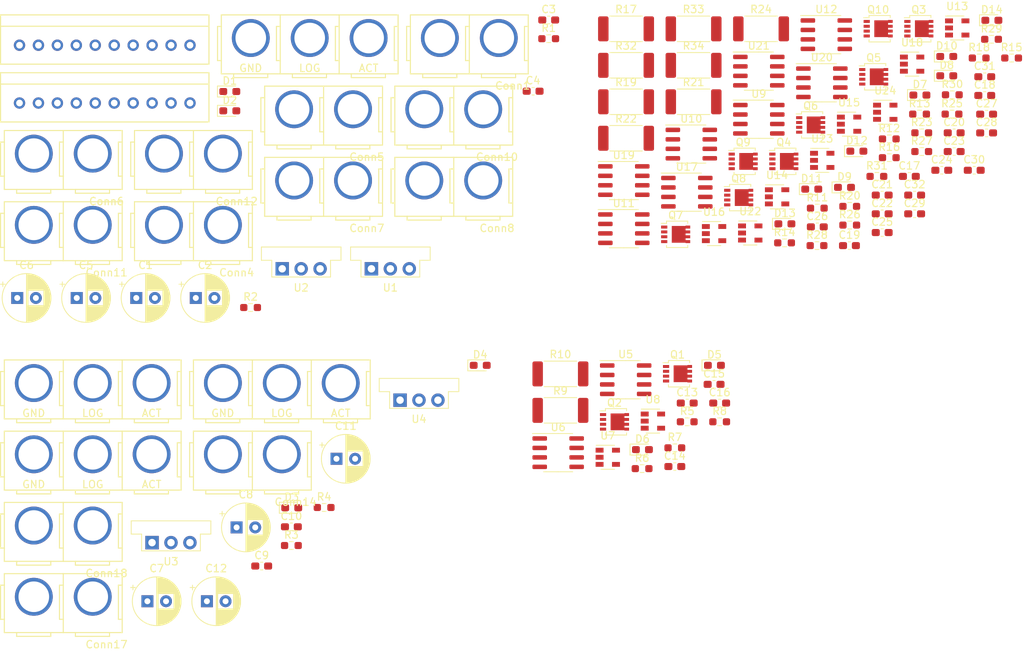
<source format=kicad_pcb>
(kicad_pcb (version 20171130) (host pcbnew "(5.1.10)-1")
  (layers (0 F.Cu signal) (31 B.Cu signal) (34 B.Paste user) (35 F.Paste user) (36 B.SilkS user) (37 F.SilkS user) (38 B.Mask user) (39 F.Mask user) (44 Edge.Cuts user))
  (net 0 "")
  (net 1 GND)
  (net 2 PV)
  (net 3 +5V)
  (net 4 +3V3)
  (net 5 /BucksAndersons/12VA)
  (net 6 "Net-(C13-Pad1)")
  (net 7 "Net-(C14-Pad1)")
  (net 8 12VA)
  (net 9 "Net-(C17-Pad1)")
  (net 10 "Net-(C18-Pad1)")
  (net 11 "Net-(C19-Pad1)")
  (net 12 "Net-(C20-Pad1)")
  (net 13 "Net-(C21-Pad1)")
  (net 14 "Net-(C22-Pad1)")
  (net 15 "Net-(C23-Pad1)")
  (net 16 "Net-(C24-Pad1)")
  (net 17 "Net-(C25-Pad1)")
  (net 18 "Net-(C26-Pad1)")
  (net 19 "Net-(C27-Pad1)")
  (net 20 "Net-(C28-Pad1)")
  (net 21 "Net-(C29-Pad1)")
  (net 22 "Net-(C30-Pad1)")
  (net 23 "Net-(C31-Pad1)")
  (net 24 "Net-(C32-Pad1)")
  (net 25 Current_Sense_NetSwitch)
  (net 26 Current_Sense_Nav)
  (net 27 Current_Sense_Multi)
  (net 28 Current_Sense_GimLog)
  (net 29 Current_Sense_GimAct)
  (net 30 Current_Sense_Drive)
  (net 31 Current_Sense_Cam2)
  (net 32 Current_Sense_Cam1)
  (net 33 Current_Sense_BBB)
  (net 34 Current_Sense_AuxLog)
  (net 35 Driver_NetSwitch)
  (net 36 Driver_Nav)
  (net 37 Driver_Multi)
  (net 38 Driver_GimLog)
  (net 39 Driver_GimAct)
  (net 40 Driver_Drive)
  (net 41 Driver_Cam2)
  (net 42 Driver_Cam1)
  (net 43 Driver_BBB)
  (net 44 Driver_AuxLog)
  (net 45 /12V/Anderson_AuxLog)
  (net 46 /12V/Anderson_BBB)
  (net 47 /12V/Anderson_Cam1)
  (net 48 /12V/Anderson_Cam2)
  (net 49 /12V/Anderson_Drive)
  (net 50 /12V/Anderson_GimAct)
  (net 51 /12V/Anderson_Nav)
  (net 52 /12V/Anderson_NetSwitch)
  (net 53 /12V/Anderson_Multi)
  (net 54 /BucksAndersons/GP_Toggle)
  (net 55 /BucksAndersons/Aux_1_Toggle)
  (net 56 /BucksAndersons/Aux_2_Toggle)
  (net 57 "Net-(D1-Pad2)")
  (net 58 "Net-(D2-Pad2)")
  (net 59 "Net-(D3-Pad2)")
  (net 60 "Net-(D4-Pad2)")
  (net 61 "Net-(D5-Pad2)")
  (net 62 "Net-(D6-Pad2)")
  (net 63 "Net-(D7-Pad2)")
  (net 64 "Net-(D8-Pad2)")
  (net 65 "Net-(D9-Pad2)")
  (net 66 "Net-(D10-Pad2)")
  (net 67 "Net-(D11-Pad2)")
  (net 68 "Net-(D12-Pad2)")
  (net 69 "Net-(D13-Pad2)")
  (net 70 "Net-(D14-Pad2)")
  (net 71 "Net-(Q1-Pad4)")
  (net 72 "Net-(Q1-Pad1)")
  (net 73 "Net-(Q2-Pad4)")
  (net 74 "Net-(Q2-Pad1)")
  (net 75 "Net-(Q3-Pad4)")
  (net 76 "Net-(Q3-Pad1)")
  (net 77 "Net-(Q4-Pad4)")
  (net 78 "Net-(Q4-Pad1)")
  (net 79 "Net-(Q5-Pad4)")
  (net 80 "Net-(Q5-Pad1)")
  (net 81 "Net-(Q6-Pad4)")
  (net 82 "Net-(Q6-Pad1)")
  (net 83 "Net-(Q7-Pad4)")
  (net 84 "Net-(Q7-Pad1)")
  (net 85 "Net-(Q8-Pad4)")
  (net 86 "Net-(Q8-Pad1)")
  (net 87 "Net-(Q9-Pad4)")
  (net 88 "Net-(Q9-Pad1)")
  (net 89 "Net-(Q10-Pad4)")
  (net 90 "Net-(Q10-Pad1)")
  (net 91 "Net-(R5-Pad2)")
  (net 92 5V)
  (net 93 "Net-(R6-Pad2)")
  (net 94 "Net-(R11-Pad2)")
  (net 95 "Net-(R12-Pad2)")
  (net 96 "Net-(R13-Pad2)")
  (net 97 "Net-(R14-Pad2)")
  (net 98 "Net-(R25-Pad2)")
  (net 99 "Net-(R26-Pad2)")
  (net 100 "Net-(R27-Pad2)")
  (net 101 "Net-(R28-Pad2)")
  (module Package_TO_SOT_SMD:SOT-23-5 (layer F.Cu) (at 485.986759 58.539)
    (fp_text reference U24 (at 0 -2.9) (layer F.SilkS))
    (fp_text value INA281)
    (pad 5 smd rect (at 1.1 -0.95) (size 1.06 0.65) (layers F.Cu F.Paste F.Mask) (net 92 5V))
    (pad 4 smd rect (at 1.1 0.95) (size 1.06 0.65) (layers F.Cu F.Paste F.Mask) (net 51 /12V/Anderson_Nav))
    (pad 3 smd rect (at -1.1 0.95) (size 1.06 0.65) (layers F.Cu F.Paste F.Mask) (net 90 "Net-(Q10-Pad1)"))
    (pad 2 smd rect (at -1.1 0) (size 1.06 0.65) (layers F.Cu F.Paste F.Mask) (net 1 GND))
    (pad 1 smd rect (at -1.1 -0.95) (size 1.06 0.65) (layers F.Cu F.Paste F.Mask) (net 26 Current_Sense_Nav))
  )
  (module Package_TO_SOT_SMD:SOT-23-5 (layer F.Cu) (at 477.536759 64.989)
    (fp_text reference U23 (at 0 -2.9) (layer F.SilkS))
    (fp_text value INA281)
    (pad 5 smd rect (at 1.1 -0.95) (size 1.06 0.65) (layers F.Cu F.Paste F.Mask) (net 92 5V))
    (pad 4 smd rect (at 1.1 0.95) (size 1.06 0.65) (layers F.Cu F.Paste F.Mask) (net 47 /12V/Anderson_Cam1))
    (pad 3 smd rect (at -1.1 0.95) (size 1.06 0.65) (layers F.Cu F.Paste F.Mask) (net 88 "Net-(Q9-Pad1)"))
    (pad 2 smd rect (at -1.1 0) (size 1.06 0.65) (layers F.Cu F.Paste F.Mask) (net 1 GND))
    (pad 1 smd rect (at -1.1 -0.95) (size 1.06 0.65) (layers F.Cu F.Paste F.Mask) (net 32 Current_Sense_Cam1))
  )
  (module Package_TO_SOT_SMD:SOT-23-5 (layer F.Cu) (at 467.886759 74.729)
    (fp_text reference U22 (at 0 -2.9) (layer F.SilkS))
    (fp_text value INA281)
    (pad 5 smd rect (at 1.1 -0.95) (size 1.06 0.65) (layers F.Cu F.Paste F.Mask) (net 92 5V))
    (pad 4 smd rect (at 1.1 0.95) (size 1.06 0.65) (layers F.Cu F.Paste F.Mask) (net 50 /12V/Anderson_GimAct))
    (pad 3 smd rect (at -1.1 0.95) (size 1.06 0.65) (layers F.Cu F.Paste F.Mask) (net 86 "Net-(Q8-Pad1)"))
    (pad 2 smd rect (at -1.1 0) (size 1.06 0.65) (layers F.Cu F.Paste F.Mask) (net 1 GND))
    (pad 1 smd rect (at -1.1 -0.95) (size 1.06 0.65) (layers F.Cu F.Paste F.Mask) (net 28 Current_Sense_GimLog))
  )
  (module Package_SO:SOIC-8_3.9x4.9mm_P1.27mm (layer F.Cu) (at 469.036759 53.029)
    (fp_text reference U21 (at 0 -3.4) (layer F.SilkS))
    (fp_text value LT1910)
    (pad 8 smd roundrect (at 2.475 -1.905) (size 1.95 0.6) (layers F.Cu F.Paste F.Mask) (net 24 "Net-(C32-Pad1)"))
    (pad 7 smd roundrect (at 2.475 -0.635) (size 1.95 0.6) (layers F.Cu F.Paste F.Mask))
    (pad 6 smd roundrect (at 2.475 0.635) (size 1.95 0.6) (layers F.Cu F.Paste F.Mask) (net 24 "Net-(C32-Pad1)"))
    (pad 5 smd roundrect (at 2.475 1.905) (size 1.95 0.6) (layers F.Cu F.Paste F.Mask) (net 89 "Net-(Q10-Pad4)"))
    (pad 4 smd roundrect (at -2.475 1.905) (size 1.95 0.6) (layers F.Cu F.Paste F.Mask) (net 36 Driver_Nav))
    (pad 3 smd roundrect (at -2.475 0.635) (size 1.95 0.6) (layers F.Cu F.Paste F.Mask) (net 101 "Net-(R28-Pad2)"))
    (pad 2 smd roundrect (at -2.475 -0.635) (size 1.95 0.6) (layers F.Cu F.Paste F.Mask) (net 21 "Net-(C29-Pad1)"))
    (pad 1 smd roundrect (at -2.475 -1.905) (size 1.95 0.6) (layers F.Cu F.Paste F.Mask) (net 1 GND))
  )
  (module Package_SO:SOIC-8_3.9x4.9mm_P1.27mm (layer F.Cu) (at 477.486759 54.589)
    (fp_text reference U20 (at 0 -3.4) (layer F.SilkS))
    (fp_text value LT1910)
    (pad 8 smd roundrect (at 2.475 -1.905) (size 1.95 0.6) (layers F.Cu F.Paste F.Mask) (net 23 "Net-(C31-Pad1)"))
    (pad 7 smd roundrect (at 2.475 -0.635) (size 1.95 0.6) (layers F.Cu F.Paste F.Mask))
    (pad 6 smd roundrect (at 2.475 0.635) (size 1.95 0.6) (layers F.Cu F.Paste F.Mask) (net 23 "Net-(C31-Pad1)"))
    (pad 5 smd roundrect (at 2.475 1.905) (size 1.95 0.6) (layers F.Cu F.Paste F.Mask) (net 87 "Net-(Q9-Pad4)"))
    (pad 4 smd roundrect (at -2.475 1.905) (size 1.95 0.6) (layers F.Cu F.Paste F.Mask) (net 42 Driver_Cam1))
    (pad 3 smd roundrect (at -2.475 0.635) (size 1.95 0.6) (layers F.Cu F.Paste F.Mask) (net 100 "Net-(R27-Pad2)"))
    (pad 2 smd roundrect (at -2.475 -0.635) (size 1.95 0.6) (layers F.Cu F.Paste F.Mask) (net 20 "Net-(C28-Pad1)"))
    (pad 1 smd roundrect (at -2.475 -1.905) (size 1.95 0.6) (layers F.Cu F.Paste F.Mask) (net 1 GND))
  )
  (module Package_SO:SOIC-8_3.9x4.9mm_P1.27mm (layer F.Cu) (at 450.936759 67.699)
    (fp_text reference U19 (at 0 -3.4) (layer F.SilkS))
    (fp_text value LT1910)
    (pad 8 smd roundrect (at 2.475 -1.905) (size 1.95 0.6) (layers F.Cu F.Paste F.Mask) (net 22 "Net-(C30-Pad1)"))
    (pad 7 smd roundrect (at 2.475 -0.635) (size 1.95 0.6) (layers F.Cu F.Paste F.Mask))
    (pad 6 smd roundrect (at 2.475 0.635) (size 1.95 0.6) (layers F.Cu F.Paste F.Mask) (net 22 "Net-(C30-Pad1)"))
    (pad 5 smd roundrect (at 2.475 1.905) (size 1.95 0.6) (layers F.Cu F.Paste F.Mask) (net 85 "Net-(Q8-Pad4)"))
    (pad 4 smd roundrect (at -2.475 1.905) (size 1.95 0.6) (layers F.Cu F.Paste F.Mask) (net 38 Driver_GimLog))
    (pad 3 smd roundrect (at -2.475 0.635) (size 1.95 0.6) (layers F.Cu F.Paste F.Mask) (net 99 "Net-(R26-Pad2)"))
    (pad 2 smd roundrect (at -2.475 -0.635) (size 1.95 0.6) (layers F.Cu F.Paste F.Mask) (net 19 "Net-(C27-Pad1)"))
    (pad 1 smd roundrect (at -2.475 -1.905) (size 1.95 0.6) (layers F.Cu F.Paste F.Mask) (net 1 GND))
  )
  (module Package_TO_SOT_SMD:SOT-23-5 (layer F.Cu) (at 489.586759 52.089)
    (fp_text reference U18 (at 0 -2.9) (layer F.SilkS))
    (fp_text value INA281)
    (pad 5 smd rect (at 1.1 -0.95) (size 1.06 0.65) (layers F.Cu F.Paste F.Mask) (net 92 5V))
    (pad 4 smd rect (at 1.1 0.95) (size 1.06 0.65) (layers F.Cu F.Paste F.Mask) (net 48 /12V/Anderson_Cam2))
    (pad 3 smd rect (at -1.1 0.95) (size 1.06 0.65) (layers F.Cu F.Paste F.Mask) (net 84 "Net-(Q7-Pad1)"))
    (pad 2 smd rect (at -1.1 0) (size 1.06 0.65) (layers F.Cu F.Paste F.Mask) (net 1 GND))
    (pad 1 smd rect (at -1.1 -0.95) (size 1.06 0.65) (layers F.Cu F.Paste F.Mask) (net 31 Current_Sense_Cam2))
  )
  (module Package_SO:SOIC-8_3.9x4.9mm_P1.27mm (layer F.Cu) (at 459.386759 69.259)
    (fp_text reference U17 (at 0 -3.4) (layer F.SilkS))
    (fp_text value LT1910)
    (pad 8 smd roundrect (at 2.475 -1.905) (size 1.95 0.6) (layers F.Cu F.Paste F.Mask) (net 18 "Net-(C26-Pad1)"))
    (pad 7 smd roundrect (at 2.475 -0.635) (size 1.95 0.6) (layers F.Cu F.Paste F.Mask))
    (pad 6 smd roundrect (at 2.475 0.635) (size 1.95 0.6) (layers F.Cu F.Paste F.Mask) (net 18 "Net-(C26-Pad1)"))
    (pad 5 smd roundrect (at 2.475 1.905) (size 1.95 0.6) (layers F.Cu F.Paste F.Mask) (net 83 "Net-(Q7-Pad4)"))
    (pad 4 smd roundrect (at -2.475 1.905) (size 1.95 0.6) (layers F.Cu F.Paste F.Mask) (net 41 Driver_Cam2))
    (pad 3 smd roundrect (at -2.475 0.635) (size 1.95 0.6) (layers F.Cu F.Paste F.Mask) (net 98 "Net-(R25-Pad2)"))
    (pad 2 smd roundrect (at -2.475 -0.635) (size 1.95 0.6) (layers F.Cu F.Paste F.Mask) (net 17 "Net-(C25-Pad1)"))
    (pad 1 smd roundrect (at -2.475 -1.905) (size 1.95 0.6) (layers F.Cu F.Paste F.Mask) (net 1 GND))
  )
  (module Package_TO_SOT_SMD:SOT-23-5 (layer F.Cu) (at 463.036759 74.809)
    (fp_text reference U16 (at 0 -2.9) (layer F.SilkS))
    (fp_text value INA281)
    (pad 5 smd rect (at 1.1 -0.95) (size 1.06 0.65) (layers F.Cu F.Paste F.Mask) (net 92 5V))
    (pad 4 smd rect (at 1.1 0.95) (size 1.06 0.65) (layers F.Cu F.Paste F.Mask) (net 46 /12V/Anderson_BBB))
    (pad 3 smd rect (at -1.1 0.95) (size 1.06 0.65) (layers F.Cu F.Paste F.Mask) (net 82 "Net-(Q6-Pad1)"))
    (pad 2 smd rect (at -1.1 0) (size 1.06 0.65) (layers F.Cu F.Paste F.Mask) (net 1 GND))
    (pad 1 smd rect (at -1.1 -0.95) (size 1.06 0.65) (layers F.Cu F.Paste F.Mask) (net 33 Current_Sense_BBB))
  )
  (module Package_TO_SOT_SMD:SOT-23-5 (layer F.Cu) (at 481.136759 60.139)
    (fp_text reference U15 (at 0 -2.9) (layer F.SilkS))
    (fp_text value INA281)
    (pad 5 smd rect (at 1.1 -0.95) (size 1.06 0.65) (layers F.Cu F.Paste F.Mask) (net 92 5V))
    (pad 4 smd rect (at 1.1 0.95) (size 1.06 0.65) (layers F.Cu F.Paste F.Mask) (net 52 /12V/Anderson_NetSwitch))
    (pad 3 smd rect (at -1.1 0.95) (size 1.06 0.65) (layers F.Cu F.Paste F.Mask) (net 80 "Net-(Q5-Pad1)"))
    (pad 2 smd rect (at -1.1 0) (size 1.06 0.65) (layers F.Cu F.Paste F.Mask) (net 1 GND))
    (pad 1 smd rect (at -1.1 -0.95) (size 1.06 0.65) (layers F.Cu F.Paste F.Mask) (net 25 Current_Sense_NetSwitch))
  )
  (module Package_TO_SOT_SMD:SOT-23-5 (layer F.Cu) (at 471.486759 69.879)
    (fp_text reference U14 (at 0 -2.9) (layer F.SilkS))
    (fp_text value INA281)
    (pad 5 smd rect (at 1.1 -0.95) (size 1.06 0.65) (layers F.Cu F.Paste F.Mask) (net 92 5V))
    (pad 4 smd rect (at 1.1 0.95) (size 1.06 0.65) (layers F.Cu F.Paste F.Mask) (net 49 /12V/Anderson_Drive))
    (pad 3 smd rect (at -1.1 0.95) (size 1.06 0.65) (layers F.Cu F.Paste F.Mask) (net 78 "Net-(Q4-Pad1)"))
    (pad 2 smd rect (at -1.1 0) (size 1.06 0.65) (layers F.Cu F.Paste F.Mask) (net 1 GND))
    (pad 1 smd rect (at -1.1 -0.95) (size 1.06 0.65) (layers F.Cu F.Paste F.Mask) (net 30 Current_Sense_Drive))
  )
  (module Package_TO_SOT_SMD:SOT-23-5 (layer F.Cu) (at 495.636759 47.239)
    (fp_text reference U13 (at 0 -2.9) (layer F.SilkS))
    (fp_text value INA281)
    (pad 5 smd rect (at 1.1 -0.95) (size 1.06 0.65) (layers F.Cu F.Paste F.Mask) (net 92 5V))
    (pad 4 smd rect (at 1.1 0.95) (size 1.06 0.65) (layers F.Cu F.Paste F.Mask) (net 53 /12V/Anderson_Multi))
    (pad 3 smd rect (at -1.1 0.95) (size 1.06 0.65) (layers F.Cu F.Paste F.Mask) (net 76 "Net-(Q3-Pad1)"))
    (pad 2 smd rect (at -1.1 0) (size 1.06 0.65) (layers F.Cu F.Paste F.Mask) (net 1 GND))
    (pad 1 smd rect (at -1.1 -0.95) (size 1.06 0.65) (layers F.Cu F.Paste F.Mask) (net 27 Current_Sense_Multi))
  )
  (module Package_SO:SOIC-8_3.9x4.9mm_P1.27mm (layer F.Cu) (at 478.086759 48.139)
    (fp_text reference U12 (at 0 -3.4) (layer F.SilkS))
    (fp_text value LT1910)
    (pad 8 smd roundrect (at 2.475 -1.905) (size 1.95 0.6) (layers F.Cu F.Paste F.Mask) (net 16 "Net-(C24-Pad1)"))
    (pad 7 smd roundrect (at 2.475 -0.635) (size 1.95 0.6) (layers F.Cu F.Paste F.Mask))
    (pad 6 smd roundrect (at 2.475 0.635) (size 1.95 0.6) (layers F.Cu F.Paste F.Mask) (net 16 "Net-(C24-Pad1)"))
    (pad 5 smd roundrect (at 2.475 1.905) (size 1.95 0.6) (layers F.Cu F.Paste F.Mask) (net 81 "Net-(Q6-Pad4)"))
    (pad 4 smd roundrect (at -2.475 1.905) (size 1.95 0.6) (layers F.Cu F.Paste F.Mask) (net 43 Driver_BBB))
    (pad 3 smd roundrect (at -2.475 0.635) (size 1.95 0.6) (layers F.Cu F.Paste F.Mask) (net 97 "Net-(R14-Pad2)"))
    (pad 2 smd roundrect (at -2.475 -0.635) (size 1.95 0.6) (layers F.Cu F.Paste F.Mask) (net 12 "Net-(C20-Pad1)"))
    (pad 1 smd roundrect (at -2.475 -1.905) (size 1.95 0.6) (layers F.Cu F.Paste F.Mask) (net 1 GND))
  )
  (module Package_SO:SOIC-8_3.9x4.9mm_P1.27mm (layer F.Cu) (at 450.936759 74.149)
    (fp_text reference U11 (at 0 -3.4) (layer F.SilkS))
    (fp_text value LT1910)
    (pad 8 smd roundrect (at 2.475 -1.905) (size 1.95 0.6) (layers F.Cu F.Paste F.Mask) (net 15 "Net-(C23-Pad1)"))
    (pad 7 smd roundrect (at 2.475 -0.635) (size 1.95 0.6) (layers F.Cu F.Paste F.Mask))
    (pad 6 smd roundrect (at 2.475 0.635) (size 1.95 0.6) (layers F.Cu F.Paste F.Mask) (net 15 "Net-(C23-Pad1)"))
    (pad 5 smd roundrect (at 2.475 1.905) (size 1.95 0.6) (layers F.Cu F.Paste F.Mask) (net 79 "Net-(Q5-Pad4)"))
    (pad 4 smd roundrect (at -2.475 1.905) (size 1.95 0.6) (layers F.Cu F.Paste F.Mask) (net 35 Driver_NetSwitch))
    (pad 3 smd roundrect (at -2.475 0.635) (size 1.95 0.6) (layers F.Cu F.Paste F.Mask) (net 96 "Net-(R13-Pad2)"))
    (pad 2 smd roundrect (at -2.475 -0.635) (size 1.95 0.6) (layers F.Cu F.Paste F.Mask) (net 11 "Net-(C19-Pad1)"))
    (pad 1 smd roundrect (at -2.475 -1.905) (size 1.95 0.6) (layers F.Cu F.Paste F.Mask) (net 1 GND))
  )
  (module Package_SO:SOIC-8_3.9x4.9mm_P1.27mm (layer F.Cu) (at 459.986759 62.809)
    (fp_text reference U10 (at 0 -3.4) (layer F.SilkS))
    (fp_text value LT1910)
    (pad 8 smd roundrect (at 2.475 -1.905) (size 1.95 0.6) (layers F.Cu F.Paste F.Mask) (net 14 "Net-(C22-Pad1)"))
    (pad 7 smd roundrect (at 2.475 -0.635) (size 1.95 0.6) (layers F.Cu F.Paste F.Mask))
    (pad 6 smd roundrect (at 2.475 0.635) (size 1.95 0.6) (layers F.Cu F.Paste F.Mask) (net 14 "Net-(C22-Pad1)"))
    (pad 5 smd roundrect (at 2.475 1.905) (size 1.95 0.6) (layers F.Cu F.Paste F.Mask) (net 77 "Net-(Q4-Pad4)"))
    (pad 4 smd roundrect (at -2.475 1.905) (size 1.95 0.6) (layers F.Cu F.Paste F.Mask) (net 40 Driver_Drive))
    (pad 3 smd roundrect (at -2.475 0.635) (size 1.95 0.6) (layers F.Cu F.Paste F.Mask) (net 95 "Net-(R12-Pad2)"))
    (pad 2 smd roundrect (at -2.475 -0.635) (size 1.95 0.6) (layers F.Cu F.Paste F.Mask) (net 10 "Net-(C18-Pad1)"))
    (pad 1 smd roundrect (at -2.475 -1.905) (size 1.95 0.6) (layers F.Cu F.Paste F.Mask) (net 1 GND))
  )
  (module Package_SO:SOIC-8_3.9x4.9mm_P1.27mm (layer F.Cu) (at 469.036759 59.479)
    (fp_text reference U9 (at 0 -3.4) (layer F.SilkS))
    (fp_text value LT1910)
    (pad 8 smd roundrect (at 2.475 -1.905) (size 1.95 0.6) (layers F.Cu F.Paste F.Mask) (net 13 "Net-(C21-Pad1)"))
    (pad 7 smd roundrect (at 2.475 -0.635) (size 1.95 0.6) (layers F.Cu F.Paste F.Mask))
    (pad 6 smd roundrect (at 2.475 0.635) (size 1.95 0.6) (layers F.Cu F.Paste F.Mask) (net 13 "Net-(C21-Pad1)"))
    (pad 5 smd roundrect (at 2.475 1.905) (size 1.95 0.6) (layers F.Cu F.Paste F.Mask) (net 75 "Net-(Q3-Pad4)"))
    (pad 4 smd roundrect (at -2.475 1.905) (size 1.95 0.6) (layers F.Cu F.Paste F.Mask) (net 37 Driver_Multi))
    (pad 3 smd roundrect (at -2.475 0.635) (size 1.95 0.6) (layers F.Cu F.Paste F.Mask) (net 94 "Net-(R11-Pad2)"))
    (pad 2 smd roundrect (at -2.475 -0.635) (size 1.95 0.6) (layers F.Cu F.Paste F.Mask) (net 9 "Net-(C17-Pad1)"))
    (pad 1 smd roundrect (at -2.475 -1.905) (size 1.95 0.6) (layers F.Cu F.Paste F.Mask) (net 1 GND))
  )
  (module Package_TO_SOT_SMD:SOT-23-5 (layer F.Cu) (at 454.836759 99.949)
    (fp_text reference U8 (at 0 -2.9) (layer F.SilkS))
    (fp_text value INA281)
    (pad 5 smd rect (at 1.1 -0.95) (size 1.06 0.65) (layers F.Cu F.Paste F.Mask) (net 92 5V))
    (pad 4 smd rect (at 1.1 0.95) (size 1.06 0.65) (layers F.Cu F.Paste F.Mask) (net 50 /12V/Anderson_GimAct))
    (pad 3 smd rect (at -1.1 0.95) (size 1.06 0.65) (layers F.Cu F.Paste F.Mask) (net 74 "Net-(Q2-Pad1)"))
    (pad 2 smd rect (at -1.1 0) (size 1.06 0.65) (layers F.Cu F.Paste F.Mask) (net 1 GND))
    (pad 1 smd rect (at -1.1 -0.95) (size 1.06 0.65) (layers F.Cu F.Paste F.Mask) (net 29 Current_Sense_GimAct))
  )
  (module Package_TO_SOT_SMD:SOT-23-5 (layer F.Cu) (at 448.786759 104.799)
    (fp_text reference U7 (at 0 -2.9) (layer F.SilkS))
    (fp_text value INA281)
    (pad 5 smd rect (at 1.1 -0.95) (size 1.06 0.65) (layers F.Cu F.Paste F.Mask) (net 92 5V))
    (pad 4 smd rect (at 1.1 0.95) (size 1.06 0.65) (layers F.Cu F.Paste F.Mask) (net 45 /12V/Anderson_AuxLog))
    (pad 3 smd rect (at -1.1 0.95) (size 1.06 0.65) (layers F.Cu F.Paste F.Mask) (net 72 "Net-(Q1-Pad1)"))
    (pad 2 smd rect (at -1.1 0) (size 1.06 0.65) (layers F.Cu F.Paste F.Mask) (net 1 GND))
    (pad 1 smd rect (at -1.1 -0.95) (size 1.06 0.65) (layers F.Cu F.Paste F.Mask) (net 34 Current_Sense_AuxLog))
  )
  (module Package_SO:SOIC-8_3.9x4.9mm_P1.27mm (layer F.Cu) (at 442.136759 104.179)
    (fp_text reference U6 (at 0 -3.4) (layer F.SilkS))
    (fp_text value LT1910)
    (pad 8 smd roundrect (at 2.475 -1.905) (size 1.95 0.6) (layers F.Cu F.Paste F.Mask) (net 8 12VA))
    (pad 7 smd roundrect (at 2.475 -0.635) (size 1.95 0.6) (layers F.Cu F.Paste F.Mask))
    (pad 6 smd roundrect (at 2.475 0.635) (size 1.95 0.6) (layers F.Cu F.Paste F.Mask) (net 8 12VA))
    (pad 5 smd roundrect (at 2.475 1.905) (size 1.95 0.6) (layers F.Cu F.Paste F.Mask) (net 73 "Net-(Q2-Pad4)"))
    (pad 4 smd roundrect (at -2.475 1.905) (size 1.95 0.6) (layers F.Cu F.Paste F.Mask) (net 39 Driver_GimAct))
    (pad 3 smd roundrect (at -2.475 0.635) (size 1.95 0.6) (layers F.Cu F.Paste F.Mask) (net 93 "Net-(R6-Pad2)"))
    (pad 2 smd roundrect (at -2.475 -0.635) (size 1.95 0.6) (layers F.Cu F.Paste F.Mask) (net 7 "Net-(C14-Pad1)"))
    (pad 1 smd roundrect (at -2.475 -1.905) (size 1.95 0.6) (layers F.Cu F.Paste F.Mask) (net 1 GND))
  )
  (module Package_SO:SOIC-8_3.9x4.9mm_P1.27mm (layer F.Cu) (at 451.186759 94.399)
    (fp_text reference U5 (at 0 -3.4) (layer F.SilkS))
    (fp_text value LT1910)
    (pad 8 smd roundrect (at 2.475 -1.905) (size 1.95 0.6) (layers F.Cu F.Paste F.Mask) (net 8 12VA))
    (pad 7 smd roundrect (at 2.475 -0.635) (size 1.95 0.6) (layers F.Cu F.Paste F.Mask))
    (pad 6 smd roundrect (at 2.475 0.635) (size 1.95 0.6) (layers F.Cu F.Paste F.Mask) (net 8 12VA))
    (pad 5 smd roundrect (at 2.475 1.905) (size 1.95 0.6) (layers F.Cu F.Paste F.Mask) (net 71 "Net-(Q1-Pad4)"))
    (pad 4 smd roundrect (at -2.475 1.905) (size 1.95 0.6) (layers F.Cu F.Paste F.Mask) (net 44 Driver_AuxLog))
    (pad 3 smd roundrect (at -2.475 0.635) (size 1.95 0.6) (layers F.Cu F.Paste F.Mask) (net 91 "Net-(R5-Pad2)"))
    (pad 2 smd roundrect (at -2.475 -0.635) (size 1.95 0.6) (layers F.Cu F.Paste F.Mask) (net 6 "Net-(C13-Pad1)"))
    (pad 1 smd roundrect (at -2.475 -1.905) (size 1.95 0.6) (layers F.Cu F.Paste F.Mask) (net 1 GND))
  )
  (module Converter_DCDC:Converter_DCDC_muRata_OKI-78SR_Vertical (layer F.Cu) (at 420.936759 97.139)
    (fp_text reference U4 (at 2.54 2.54 180) (layer F.SilkS))
    (fp_text value OKI-78SR-5_1.5-W36-C)
    (pad 1 thru_hole rect (at 0 0) (size 1.8 1.8) (drill 1) (layers *.Cu *.Mask) (net 2 PV))
    (pad 2 thru_hole circle (at 2.54 0) (size 1.8 1.8) (drill 1) (layers *.Cu *.Mask) (net 1 GND))
    (pad 3 thru_hole circle (at 5.08 0) (size 1.8 1.8) (drill 1) (layers *.Cu *.Mask) (net 5 /BucksAndersons/12VA))
  )
  (module Converter_DCDC:Converter_DCDC_muRata_OKI-78SR_Vertical (layer F.Cu) (at 387.686759 116.239)
    (fp_text reference U3 (at 2.54 2.54 180) (layer F.SilkS))
    (fp_text value OKI-78SR-5_1.5-W36-C)
    (pad 1 thru_hole rect (at 0 0) (size 1.8 1.8) (drill 1) (layers *.Cu *.Mask) (net 2 PV))
    (pad 2 thru_hole circle (at 2.54 0) (size 1.8 1.8) (drill 1) (layers *.Cu *.Mask) (net 1 GND))
    (pad 3 thru_hole circle (at 5.08 0) (size 1.8 1.8) (drill 1) (layers *.Cu *.Mask) (net 5 /BucksAndersons/12VA))
  )
  (module Converter_DCDC:Converter_DCDC_muRata_OKI-78SR_Vertical (layer F.Cu) (at 405.136759 79.529)
    (fp_text reference U2 (at 2.54 2.54 180) (layer F.SilkS))
    (fp_text value OKI-78SR-3.3_1.5-W36-C)
    (pad 1 thru_hole rect (at 0 0) (size 1.8 1.8) (drill 1) (layers *.Cu *.Mask) (net 2 PV))
    (pad 2 thru_hole circle (at 2.54 0) (size 1.8 1.8) (drill 1) (layers *.Cu *.Mask) (net 1 GND))
    (pad 3 thru_hole circle (at 5.08 0) (size 1.8 1.8) (drill 1) (layers *.Cu *.Mask) (net 4 +3V3))
  )
  (module Converter_DCDC:Converter_DCDC_muRata_OKI-78SR_Vertical (layer F.Cu) (at 417.096759 79.529)
    (fp_text reference U1 (at 2.54 2.54 180) (layer F.SilkS))
    (fp_text value OKI-78SR-5_1.5-W36-C)
    (pad 1 thru_hole rect (at 0 0) (size 1.8 1.8) (drill 1) (layers *.Cu *.Mask) (net 2 PV))
    (pad 2 thru_hole circle (at 2.54 0) (size 1.8 1.8) (drill 1) (layers *.Cu *.Mask) (net 1 GND))
    (pad 3 thru_hole circle (at 5.08 0) (size 1.8 1.8) (drill 1) (layers *.Cu *.Mask) (net 3 +5V))
  )
  (module Resistor_SMD:R_2512_6332Metric_Pad1.40x3.35mm_HandSolder (layer F.Cu) (at 460.286759 52.249)
    (fp_text reference R34 (at 0 -2.62) (layer F.SilkS))
    (fp_text value 0.0025)
    (pad 2 smd roundrect (at 3.05 0) (size 1.4 3.35) (layers F.Cu F.Paste F.Mask) (roundrect_rratio 0.178571) (net 51 /12V/Anderson_Nav))
    (pad 1 smd roundrect (at -3.05 0) (size 1.4 3.35) (layers F.Cu F.Paste F.Mask) (roundrect_rratio 0.178571) (net 90 "Net-(Q10-Pad1)"))
  )
  (module Resistor_SMD:R_2512_6332Metric_Pad1.40x3.35mm_HandSolder (layer F.Cu) (at 460.286759 47.359)
    (fp_text reference R33 (at 0 -2.62) (layer F.SilkS))
    (fp_text value 0.0025)
    (pad 2 smd roundrect (at 3.05 0) (size 1.4 3.35) (layers F.Cu F.Paste F.Mask) (roundrect_rratio 0.178571) (net 47 /12V/Anderson_Cam1))
    (pad 1 smd roundrect (at -3.05 0) (size 1.4 3.35) (layers F.Cu F.Paste F.Mask) (roundrect_rratio 0.178571) (net 88 "Net-(Q9-Pad1)"))
  )
  (module Resistor_SMD:R_2512_6332Metric_Pad1.40x3.35mm_HandSolder (layer F.Cu) (at 451.236759 52.249)
    (fp_text reference R32 (at 0 -2.62) (layer F.SilkS))
    (fp_text value 0.0025)
    (pad 2 smd roundrect (at 3.05 0) (size 1.4 3.35) (layers F.Cu F.Paste F.Mask) (roundrect_rratio 0.178571) (net 50 /12V/Anderson_GimAct))
    (pad 1 smd roundrect (at -3.05 0) (size 1.4 3.35) (layers F.Cu F.Paste F.Mask) (roundrect_rratio 0.178571) (net 86 "Net-(Q8-Pad1)"))
  )
  (module Resistor_SMD:R_0603_1608Metric_Pad0.98x0.95mm_HandSolder (layer F.Cu) (at 484.866759 67.139)
    (fp_text reference R31 (at 0 -1.43) (layer F.SilkS))
    (fp_text value 330)
    (pad 2 smd roundrect (at 0.9125 0) (size 0.975 0.95) (layers F.Cu F.Paste F.Mask) (net 90 "Net-(Q10-Pad1)"))
    (pad 1 smd roundrect (at -0.9125 0) (size 0.975 0.95) (layers F.Cu F.Paste F.Mask) (net 70 "Net-(D14-Pad2)"))
  )
  (module Resistor_SMD:R_0603_1608Metric_Pad0.98x0.95mm_HandSolder (layer F.Cu) (at 494.976759 56.199)
    (fp_text reference R30 (at 0 -1.43) (layer F.SilkS))
    (fp_text value 330)
    (pad 2 smd roundrect (at 0.9125 0) (size 0.975 0.95) (layers F.Cu F.Paste F.Mask) (net 88 "Net-(Q9-Pad1)"))
    (pad 1 smd roundrect (at -0.9125 0) (size 0.975 0.95) (layers F.Cu F.Paste F.Mask) (net 69 "Net-(D13-Pad2)"))
  )
  (module Resistor_SMD:R_0603_1608Metric_Pad0.98x0.95mm_HandSolder (layer F.Cu) (at 500.236759 48.759)
    (fp_text reference R29 (at 0 -1.43) (layer F.SilkS))
    (fp_text value 330)
    (pad 2 smd roundrect (at 0.9125 0) (size 0.975 0.95) (layers F.Cu F.Paste F.Mask) (net 86 "Net-(Q8-Pad1)"))
    (pad 1 smd roundrect (at -0.9125 0) (size 0.975 0.95) (layers F.Cu F.Paste F.Mask) (net 68 "Net-(D12-Pad2)"))
  )
  (module Resistor_SMD:R_0603_1608Metric_Pad0.98x0.95mm_HandSolder (layer F.Cu) (at 476.836759 76.419)
    (fp_text reference R28 (at 0 -1.43) (layer F.SilkS))
    (fp_text value 5.1k)
    (pad 2 smd roundrect (at 0.9125 0) (size 0.975 0.95) (layers F.Cu F.Paste F.Mask) (net 101 "Net-(R28-Pad2)"))
    (pad 1 smd roundrect (at -0.9125 0) (size 0.975 0.95) (layers F.Cu F.Paste F.Mask) (net 92 5V))
  )
  (module Resistor_SMD:R_0603_1608Metric_Pad0.98x0.95mm_HandSolder (layer F.Cu) (at 490.876759 63.809)
    (fp_text reference R27 (at 0 -1.43) (layer F.SilkS))
    (fp_text value 5.1k)
    (pad 2 smd roundrect (at 0.9125 0) (size 0.975 0.95) (layers F.Cu F.Paste F.Mask) (net 100 "Net-(R27-Pad2)"))
    (pad 1 smd roundrect (at -0.9125 0) (size 0.975 0.95) (layers F.Cu F.Paste F.Mask) (net 92 5V))
  )
  (module Resistor_SMD:R_0603_1608Metric_Pad0.98x0.95mm_HandSolder (layer F.Cu) (at 481.226759 73.669)
    (fp_text reference R26 (at 0 -1.43) (layer F.SilkS))
    (fp_text value 5.1k)
    (pad 2 smd roundrect (at 0.9125 0) (size 0.975 0.95) (layers F.Cu F.Paste F.Mask) (net 99 "Net-(R26-Pad2)"))
    (pad 1 smd roundrect (at -0.9125 0) (size 0.975 0.95) (layers F.Cu F.Paste F.Mask) (net 92 5V))
  )
  (module Resistor_SMD:R_0603_1608Metric_Pad0.98x0.95mm_HandSolder (layer F.Cu) (at 494.936759 58.789)
    (fp_text reference R25 (at 0 -1.43) (layer F.SilkS))
    (fp_text value 5.1k)
    (pad 2 smd roundrect (at 0.9125 0) (size 0.975 0.95) (layers F.Cu F.Paste F.Mask) (net 98 "Net-(R25-Pad2)"))
    (pad 1 smd roundrect (at -0.9125 0) (size 0.975 0.95) (layers F.Cu F.Paste F.Mask) (net 92 5V))
  )
  (module Resistor_SMD:R_2512_6332Metric_Pad1.40x3.35mm_HandSolder (layer F.Cu) (at 469.336759 47.359)
    (fp_text reference R24 (at 0 -2.62) (layer F.SilkS))
    (fp_text value 0.0025)
    (pad 2 smd roundrect (at 3.05 0) (size 1.4 3.35) (layers F.Cu F.Paste F.Mask) (roundrect_rratio 0.178571) (net 48 /12V/Anderson_Cam2))
    (pad 1 smd roundrect (at -3.05 0) (size 1.4 3.35) (layers F.Cu F.Paste F.Mask) (roundrect_rratio 0.178571) (net 84 "Net-(Q7-Pad1)"))
  )
  (module Resistor_SMD:R_0603_1608Metric_Pad0.98x0.95mm_HandSolder (layer F.Cu) (at 490.876759 61.299)
    (fp_text reference R23 (at 0 -1.43) (layer F.SilkS))
    (fp_text value 330)
    (pad 2 smd roundrect (at 0.9125 0) (size 0.975 0.95) (layers F.Cu F.Paste F.Mask) (net 84 "Net-(Q7-Pad1)"))
    (pad 1 smd roundrect (at -0.9125 0) (size 0.975 0.95) (layers F.Cu F.Paste F.Mask) (net 67 "Net-(D11-Pad2)"))
  )
  (module Resistor_SMD:R_2512_6332Metric_Pad1.40x3.35mm_HandSolder (layer F.Cu) (at 451.236759 62.029)
    (fp_text reference R22 (at 0 -2.62) (layer F.SilkS))
    (fp_text value 0.0025)
    (pad 2 smd roundrect (at 3.05 0) (size 1.4 3.35) (layers F.Cu F.Paste F.Mask) (roundrect_rratio 0.178571) (net 46 /12V/Anderson_BBB))
    (pad 1 smd roundrect (at -3.05 0) (size 1.4 3.35) (layers F.Cu F.Paste F.Mask) (roundrect_rratio 0.178571) (net 82 "Net-(Q6-Pad1)"))
  )
  (module Resistor_SMD:R_2512_6332Metric_Pad1.40x3.35mm_HandSolder (layer F.Cu) (at 460.286759 57.139)
    (fp_text reference R21 (at 0 -2.62) (layer F.SilkS))
    (fp_text value 0.0025)
    (pad 2 smd roundrect (at 3.05 0) (size 1.4 3.35) (layers F.Cu F.Paste F.Mask) (roundrect_rratio 0.178571) (net 52 /12V/Anderson_NetSwitch))
    (pad 1 smd roundrect (at -3.05 0) (size 1.4 3.35) (layers F.Cu F.Paste F.Mask) (roundrect_rratio 0.178571) (net 80 "Net-(Q5-Pad1)"))
  )
  (module Resistor_SMD:R_0603_1608Metric_Pad0.98x0.95mm_HandSolder (layer F.Cu) (at 481.226759 71.159)
    (fp_text reference R20 (at 0 -1.43) (layer F.SilkS))
    (fp_text value 330)
    (pad 2 smd roundrect (at 0.9125 0) (size 0.975 0.95) (layers F.Cu F.Paste F.Mask) (net 82 "Net-(Q6-Pad1)"))
    (pad 1 smd roundrect (at -0.9125 0) (size 0.975 0.95) (layers F.Cu F.Paste F.Mask) (net 66 "Net-(D10-Pad2)"))
  )
  (module Resistor_SMD:R_2512_6332Metric_Pad1.40x3.35mm_HandSolder (layer F.Cu) (at 451.236759 57.139)
    (fp_text reference R19 (at 0 -2.62) (layer F.SilkS))
    (fp_text value 0.0025)
    (pad 2 smd roundrect (at 3.05 0) (size 1.4 3.35) (layers F.Cu F.Paste F.Mask) (roundrect_rratio 0.178571) (net 49 /12V/Anderson_Drive))
    (pad 1 smd roundrect (at -3.05 0) (size 1.4 3.35) (layers F.Cu F.Paste F.Mask) (roundrect_rratio 0.178571) (net 78 "Net-(Q4-Pad1)"))
  )
  (module Resistor_SMD:R_0603_1608Metric_Pad0.98x0.95mm_HandSolder (layer F.Cu) (at 498.576759 51.269)
    (fp_text reference R18 (at 0 -1.43) (layer F.SilkS))
    (fp_text value 330)
    (pad 2 smd roundrect (at 0.9125 0) (size 0.975 0.95) (layers F.Cu F.Paste F.Mask) (net 80 "Net-(Q5-Pad1)"))
    (pad 1 smd roundrect (at -0.9125 0) (size 0.975 0.95) (layers F.Cu F.Paste F.Mask) (net 65 "Net-(D9-Pad2)"))
  )
  (module Resistor_SMD:R_2512_6332Metric_Pad1.40x3.35mm_HandSolder (layer F.Cu) (at 451.236759 47.359)
    (fp_text reference R17 (at 0 -2.62) (layer F.SilkS))
    (fp_text value 0.0025)
    (pad 2 smd roundrect (at 3.05 0) (size 1.4 3.35) (layers F.Cu F.Paste F.Mask) (roundrect_rratio 0.178571) (net 53 /12V/Anderson_Multi))
    (pad 1 smd roundrect (at -3.05 0) (size 1.4 3.35) (layers F.Cu F.Paste F.Mask) (roundrect_rratio 0.178571) (net 76 "Net-(Q3-Pad1)"))
  )
  (module Resistor_SMD:R_0603_1608Metric_Pad0.98x0.95mm_HandSolder (layer F.Cu) (at 486.526759 64.629)
    (fp_text reference R16 (at 0 -1.43) (layer F.SilkS))
    (fp_text value 330)
    (pad 2 smd roundrect (at 0.9125 0) (size 0.975 0.95) (layers F.Cu F.Paste F.Mask) (net 78 "Net-(Q4-Pad1)"))
    (pad 1 smd roundrect (at -0.9125 0) (size 0.975 0.95) (layers F.Cu F.Paste F.Mask) (net 64 "Net-(D8-Pad2)"))
  )
  (module Resistor_SMD:R_0603_1608Metric_Pad0.98x0.95mm_HandSolder (layer F.Cu) (at 502.926759 51.269)
    (fp_text reference R15 (at 0 -1.43) (layer F.SilkS))
    (fp_text value 330)
    (pad 2 smd roundrect (at 0.9125 0) (size 0.975 0.95) (layers F.Cu F.Paste F.Mask) (net 76 "Net-(Q3-Pad1)"))
    (pad 1 smd roundrect (at -0.9125 0) (size 0.975 0.95) (layers F.Cu F.Paste F.Mask) (net 63 "Net-(D7-Pad2)"))
  )
  (module Resistor_SMD:R_0603_1608Metric_Pad0.98x0.95mm_HandSolder (layer F.Cu) (at 472.486759 76.049)
    (fp_text reference R14 (at 0 -1.43) (layer F.SilkS))
    (fp_text value 5.1k)
    (pad 2 smd roundrect (at 0.9125 0) (size 0.975 0.95) (layers F.Cu F.Paste F.Mask) (net 97 "Net-(R14-Pad2)"))
    (pad 1 smd roundrect (at -0.9125 0) (size 0.975 0.95) (layers F.Cu F.Paste F.Mask) (net 92 5V))
  )
  (module Resistor_SMD:R_0603_1608Metric_Pad0.98x0.95mm_HandSolder (layer F.Cu) (at 490.586759 58.789)
    (fp_text reference R13 (at 0 -1.43) (layer F.SilkS))
    (fp_text value 5.1k)
    (pad 2 smd roundrect (at 0.9125 0) (size 0.975 0.95) (layers F.Cu F.Paste F.Mask) (net 96 "Net-(R13-Pad2)"))
    (pad 1 smd roundrect (at -0.9125 0) (size 0.975 0.95) (layers F.Cu F.Paste F.Mask) (net 92 5V))
  )
  (module Resistor_SMD:R_0603_1608Metric_Pad0.98x0.95mm_HandSolder (layer F.Cu) (at 486.526759 62.119)
    (fp_text reference R12 (at 0 -1.43) (layer F.SilkS))
    (fp_text value 5.1k)
    (pad 2 smd roundrect (at 0.9125 0) (size 0.975 0.95) (layers F.Cu F.Paste F.Mask) (net 95 "Net-(R12-Pad2)"))
    (pad 1 smd roundrect (at -0.9125 0) (size 0.975 0.95) (layers F.Cu F.Paste F.Mask) (net 92 5V))
  )
  (module Resistor_SMD:R_0603_1608Metric_Pad0.98x0.95mm_HandSolder (layer F.Cu) (at 476.876759 71.399)
    (fp_text reference R11 (at 0 -1.43) (layer F.SilkS))
    (fp_text value 5.1k)
    (pad 2 smd roundrect (at 0.9125 0) (size 0.975 0.95) (layers F.Cu F.Paste F.Mask) (net 94 "Net-(R11-Pad2)"))
    (pad 1 smd roundrect (at -0.9125 0) (size 0.975 0.95) (layers F.Cu F.Paste F.Mask) (net 92 5V))
  )
  (module Resistor_SMD:R_2512_6332Metric_Pad1.40x3.35mm_HandSolder (layer F.Cu) (at 442.436759 93.619)
    (fp_text reference R10 (at 0 -2.62) (layer F.SilkS))
    (fp_text value 0.0025)
    (pad 2 smd roundrect (at 3.05 0) (size 1.4 3.35) (layers F.Cu F.Paste F.Mask) (roundrect_rratio 0.178571) (net 50 /12V/Anderson_GimAct))
    (pad 1 smd roundrect (at -3.05 0) (size 1.4 3.35) (layers F.Cu F.Paste F.Mask) (roundrect_rratio 0.178571) (net 74 "Net-(Q2-Pad1)"))
  )
  (module Resistor_SMD:R_2512_6332Metric_Pad1.40x3.35mm_HandSolder (layer F.Cu) (at 442.436759 98.509)
    (fp_text reference R9 (at 0 -2.62) (layer F.SilkS))
    (fp_text value 0.0025)
    (pad 2 smd roundrect (at 3.05 0) (size 1.4 3.35) (layers F.Cu F.Paste F.Mask) (roundrect_rratio 0.178571) (net 45 /12V/Anderson_AuxLog))
    (pad 1 smd roundrect (at -3.05 0) (size 1.4 3.35) (layers F.Cu F.Paste F.Mask) (roundrect_rratio 0.178571) (net 72 "Net-(Q1-Pad1)"))
  )
  (module Resistor_SMD:R_0603_1608Metric_Pad0.98x0.95mm_HandSolder (layer F.Cu) (at 463.786759 100.039)
    (fp_text reference R8 (at 0 -1.43) (layer F.SilkS))
    (fp_text value 330)
    (pad 2 smd roundrect (at 0.9125 0) (size 0.975 0.95) (layers F.Cu F.Paste F.Mask) (net 74 "Net-(Q2-Pad1)"))
    (pad 1 smd roundrect (at -0.9125 0) (size 0.975 0.95) (layers F.Cu F.Paste F.Mask) (net 62 "Net-(D6-Pad2)"))
  )
  (module Resistor_SMD:R_0603_1608Metric_Pad0.98x0.95mm_HandSolder (layer F.Cu) (at 457.776759 103.529)
    (fp_text reference R7 (at 0 -1.43) (layer F.SilkS))
    (fp_text value 330)
    (pad 2 smd roundrect (at 0.9125 0) (size 0.975 0.95) (layers F.Cu F.Paste F.Mask) (net 72 "Net-(Q1-Pad1)"))
    (pad 1 smd roundrect (at -0.9125 0) (size 0.975 0.95) (layers F.Cu F.Paste F.Mask) (net 61 "Net-(D5-Pad2)"))
  )
  (module Resistor_SMD:R_0603_1608Metric_Pad0.98x0.95mm_HandSolder (layer F.Cu) (at 453.386759 106.319)
    (fp_text reference R6 (at 0 -1.43) (layer F.SilkS))
    (fp_text value 5.1k)
    (pad 2 smd roundrect (at 0.9125 0) (size 0.975 0.95) (layers F.Cu F.Paste F.Mask) (net 93 "Net-(R6-Pad2)"))
    (pad 1 smd roundrect (at -0.9125 0) (size 0.975 0.95) (layers F.Cu F.Paste F.Mask) (net 92 5V))
  )
  (module Resistor_SMD:R_0603_1608Metric_Pad0.98x0.95mm_HandSolder (layer F.Cu) (at 459.436759 100.039)
    (fp_text reference R5 (at 0 -1.43) (layer F.SilkS))
    (fp_text value 5.1k)
    (pad 2 smd roundrect (at 0.9125 0) (size 0.975 0.95) (layers F.Cu F.Paste F.Mask) (net 91 "Net-(R5-Pad2)"))
    (pad 1 smd roundrect (at -0.9125 0) (size 0.975 0.95) (layers F.Cu F.Paste F.Mask) (net 92 5V))
  )
  (module Resistor_SMD:R_0603_1608Metric_Pad0.98x0.95mm_HandSolder (layer F.Cu) (at 410.756759 111.529)
    (fp_text reference R4 (at 0 -1.43) (layer F.SilkS))
    (fp_text value 510)
    (pad 2 smd roundrect (at 0.9125 0) (size 0.975 0.95) (layers F.Cu F.Paste F.Mask) (net 5 /BucksAndersons/12VA))
    (pad 1 smd roundrect (at -0.9125 0) (size 0.975 0.95) (layers F.Cu F.Paste F.Mask) (net 60 "Net-(D4-Pad2)"))
  )
  (module Resistor_SMD:R_0603_1608Metric_Pad0.98x0.95mm_HandSolder (layer F.Cu) (at 406.366759 116.629)
    (fp_text reference R3 (at 0 -1.43) (layer F.SilkS))
    (fp_text value 510)
    (pad 2 smd roundrect (at 0.9125 0) (size 0.975 0.95) (layers F.Cu F.Paste F.Mask) (net 5 /BucksAndersons/12VA))
    (pad 1 smd roundrect (at -0.9125 0) (size 0.975 0.95) (layers F.Cu F.Paste F.Mask) (net 59 "Net-(D3-Pad2)"))
  )
  (module Resistor_SMD:R_0603_1608Metric_Pad0.98x0.95mm_HandSolder (layer F.Cu) (at 400.896759 84.719)
    (fp_text reference R2 (at 0 -1.43) (layer F.SilkS))
    (fp_text value 330)
    (pad 2 smd roundrect (at 0.9125 0) (size 0.975 0.95) (layers F.Cu F.Paste F.Mask) (net 4 +3V3))
    (pad 1 smd roundrect (at -0.9125 0) (size 0.975 0.95) (layers F.Cu F.Paste F.Mask) (net 58 "Net-(D2-Pad2)"))
  )
  (module Resistor_SMD:R_0603_1608Metric_Pad0.98x0.95mm_HandSolder (layer F.Cu) (at 440.866759 48.679)
    (fp_text reference R1 (at 0 -1.43) (layer F.SilkS))
    (fp_text value 510)
    (pad 2 smd roundrect (at 0.9125 0) (size 0.975 0.95) (layers F.Cu F.Paste F.Mask) (net 3 +5V))
    (pad 1 smd roundrect (at -0.9125 0) (size 0.975 0.95) (layers F.Cu F.Paste F.Mask) (net 57 "Net-(D1-Pad2)"))
  )
  (module Package_TO_SOT_SMD:LFPAK33 (layer F.Cu) (at 485.036759 47.339)
    (fp_text reference Q10 (at 0 -2.55) (layer F.SilkS))
    (fp_text value BUK768R3-60E)
    (pad 5 smd custom (at 0.405 0) (size 1.85 2.25) (layers F.Cu F.Mask) (net 24 "Net-(C32-Pad1)") (options (clearance outline) (anchor rect)) (primitives (gr_poly (pts (xy 0.925 -1.175) (xy 1.545 -1.175) (xy 1.545 -0.775) (xy 0.925 -0.775)) (width 0)) (gr_poly (pts (xy 0.925 -0.525) (xy 1.545 -0.525) (xy 1.545 -0.125) (xy 0.925 -0.125)) (width 0)) (gr_poly (pts (xy 0.925 0.125) (xy 1.545 0.125) (xy 1.545 0.525) (xy 0.925 0.525)) (width 0)) (gr_poly (pts (xy 0.925 0.775) (xy 1.545 0.775) (xy 1.545 1.175) (xy 0.925 1.175)) (width 0))))
    (pad 4 smd rect (at -1.535 0.975) (size 0.83 0.4) (layers F.Cu F.Mask) (net 89 "Net-(Q10-Pad4)"))
    (pad 3 smd rect (at -1.535 0.325) (size 0.83 0.4) (layers F.Cu F.Mask) (net 90 "Net-(Q10-Pad1)"))
    (pad 1 smd rect (at -1.535 -0.975) (size 0.83 0.4) (layers F.Cu F.Mask) (net 90 "Net-(Q10-Pad1)"))
    (pad 2 smd rect (at -1.535 -0.325) (size 0.83 0.4) (layers F.Cu F.Mask) (net 90 "Net-(Q10-Pad1)"))
  )
  (module Package_TO_SOT_SMD:LFPAK33 (layer F.Cu) (at 466.936759 65.129)
    (fp_text reference Q9 (at 0 -2.55) (layer F.SilkS))
    (fp_text value BUK768R3-60E)
    (pad 5 smd custom (at 0.405 0) (size 1.85 2.25) (layers F.Cu F.Mask) (net 23 "Net-(C31-Pad1)") (options (clearance outline) (anchor rect)) (primitives (gr_poly (pts (xy 0.925 -1.175) (xy 1.545 -1.175) (xy 1.545 -0.775) (xy 0.925 -0.775)) (width 0)) (gr_poly (pts (xy 0.925 -0.525) (xy 1.545 -0.525) (xy 1.545 -0.125) (xy 0.925 -0.125)) (width 0)) (gr_poly (pts (xy 0.925 0.125) (xy 1.545 0.125) (xy 1.545 0.525) (xy 0.925 0.525)) (width 0)) (gr_poly (pts (xy 0.925 0.775) (xy 1.545 0.775) (xy 1.545 1.175) (xy 0.925 1.175)) (width 0))))
    (pad 4 smd rect (at -1.535 0.975) (size 0.83 0.4) (layers F.Cu F.Mask) (net 87 "Net-(Q9-Pad4)"))
    (pad 3 smd rect (at -1.535 0.325) (size 0.83 0.4) (layers F.Cu F.Mask) (net 88 "Net-(Q9-Pad1)"))
    (pad 1 smd rect (at -1.535 -0.975) (size 0.83 0.4) (layers F.Cu F.Mask) (net 88 "Net-(Q9-Pad1)"))
    (pad 2 smd rect (at -1.535 -0.325) (size 0.83 0.4) (layers F.Cu F.Mask) (net 88 "Net-(Q9-Pad1)"))
  )
  (module Package_TO_SOT_SMD:LFPAK33 (layer F.Cu) (at 466.336759 69.979)
    (fp_text reference Q8 (at 0 -2.55) (layer F.SilkS))
    (fp_text value BUK768R3-60E)
    (pad 5 smd custom (at 0.405 0) (size 1.85 2.25) (layers F.Cu F.Mask) (net 22 "Net-(C30-Pad1)") (options (clearance outline) (anchor rect)) (primitives (gr_poly (pts (xy 0.925 -1.175) (xy 1.545 -1.175) (xy 1.545 -0.775) (xy 0.925 -0.775)) (width 0)) (gr_poly (pts (xy 0.925 -0.525) (xy 1.545 -0.525) (xy 1.545 -0.125) (xy 0.925 -0.125)) (width 0)) (gr_poly (pts (xy 0.925 0.125) (xy 1.545 0.125) (xy 1.545 0.525) (xy 0.925 0.525)) (width 0)) (gr_poly (pts (xy 0.925 0.775) (xy 1.545 0.775) (xy 1.545 1.175) (xy 0.925 1.175)) (width 0))))
    (pad 4 smd rect (at -1.535 0.975) (size 0.83 0.4) (layers F.Cu F.Mask) (net 85 "Net-(Q8-Pad4)"))
    (pad 3 smd rect (at -1.535 0.325) (size 0.83 0.4) (layers F.Cu F.Mask) (net 86 "Net-(Q8-Pad1)"))
    (pad 1 smd rect (at -1.535 -0.975) (size 0.83 0.4) (layers F.Cu F.Mask) (net 86 "Net-(Q8-Pad1)"))
    (pad 2 smd rect (at -1.535 -0.325) (size 0.83 0.4) (layers F.Cu F.Mask) (net 86 "Net-(Q8-Pad1)"))
  )
  (module Package_TO_SOT_SMD:LFPAK33 (layer F.Cu) (at 457.886759 74.909)
    (fp_text reference Q7 (at 0 -2.55) (layer F.SilkS))
    (fp_text value BUK768R3-60E)
    (pad 5 smd custom (at 0.405 0) (size 1.85 2.25) (layers F.Cu F.Mask) (net 18 "Net-(C26-Pad1)") (options (clearance outline) (anchor rect)) (primitives (gr_poly (pts (xy 0.925 -1.175) (xy 1.545 -1.175) (xy 1.545 -0.775) (xy 0.925 -0.775)) (width 0)) (gr_poly (pts (xy 0.925 -0.525) (xy 1.545 -0.525) (xy 1.545 -0.125) (xy 0.925 -0.125)) (width 0)) (gr_poly (pts (xy 0.925 0.125) (xy 1.545 0.125) (xy 1.545 0.525) (xy 0.925 0.525)) (width 0)) (gr_poly (pts (xy 0.925 0.775) (xy 1.545 0.775) (xy 1.545 1.175) (xy 0.925 1.175)) (width 0))))
    (pad 4 smd rect (at -1.535 0.975) (size 0.83 0.4) (layers F.Cu F.Mask) (net 83 "Net-(Q7-Pad4)"))
    (pad 3 smd rect (at -1.535 0.325) (size 0.83 0.4) (layers F.Cu F.Mask) (net 84 "Net-(Q7-Pad1)"))
    (pad 1 smd rect (at -1.535 -0.975) (size 0.83 0.4) (layers F.Cu F.Mask) (net 84 "Net-(Q7-Pad1)"))
    (pad 2 smd rect (at -1.535 -0.325) (size 0.83 0.4) (layers F.Cu F.Mask) (net 84 "Net-(Q7-Pad1)"))
  )
  (module Package_TO_SOT_SMD:LFPAK33 (layer F.Cu) (at 475.986759 60.239)
    (fp_text reference Q6 (at 0 -2.55) (layer F.SilkS))
    (fp_text value BUK768R3-60E)
    (pad 5 smd custom (at 0.405 0) (size 1.85 2.25) (layers F.Cu F.Mask) (net 16 "Net-(C24-Pad1)") (options (clearance outline) (anchor rect)) (primitives (gr_poly (pts (xy 0.925 -1.175) (xy 1.545 -1.175) (xy 1.545 -0.775) (xy 0.925 -0.775)) (width 0)) (gr_poly (pts (xy 0.925 -0.525) (xy 1.545 -0.525) (xy 1.545 -0.125) (xy 0.925 -0.125)) (width 0)) (gr_poly (pts (xy 0.925 0.125) (xy 1.545 0.125) (xy 1.545 0.525) (xy 0.925 0.525)) (width 0)) (gr_poly (pts (xy 0.925 0.775) (xy 1.545 0.775) (xy 1.545 1.175) (xy 0.925 1.175)) (width 0))))
    (pad 4 smd rect (at -1.535 0.975) (size 0.83 0.4) (layers F.Cu F.Mask) (net 81 "Net-(Q6-Pad4)"))
    (pad 3 smd rect (at -1.535 0.325) (size 0.83 0.4) (layers F.Cu F.Mask) (net 82 "Net-(Q6-Pad1)"))
    (pad 1 smd rect (at -1.535 -0.975) (size 0.83 0.4) (layers F.Cu F.Mask) (net 82 "Net-(Q6-Pad1)"))
    (pad 2 smd rect (at -1.535 -0.325) (size 0.83 0.4) (layers F.Cu F.Mask) (net 82 "Net-(Q6-Pad1)"))
  )
  (module Package_TO_SOT_SMD:LFPAK33 (layer F.Cu) (at 484.436759 53.789)
    (fp_text reference Q5 (at 0 -2.55) (layer F.SilkS))
    (fp_text value BUK768R3-60E)
    (pad 5 smd custom (at 0.405 0) (size 1.85 2.25) (layers F.Cu F.Mask) (net 15 "Net-(C23-Pad1)") (options (clearance outline) (anchor rect)) (primitives (gr_poly (pts (xy 0.925 -1.175) (xy 1.545 -1.175) (xy 1.545 -0.775) (xy 0.925 -0.775)) (width 0)) (gr_poly (pts (xy 0.925 -0.525) (xy 1.545 -0.525) (xy 1.545 -0.125) (xy 0.925 -0.125)) (width 0)) (gr_poly (pts (xy 0.925 0.125) (xy 1.545 0.125) (xy 1.545 0.525) (xy 0.925 0.525)) (width 0)) (gr_poly (pts (xy 0.925 0.775) (xy 1.545 0.775) (xy 1.545 1.175) (xy 0.925 1.175)) (width 0))))
    (pad 4 smd rect (at -1.535 0.975) (size 0.83 0.4) (layers F.Cu F.Mask) (net 79 "Net-(Q5-Pad4)"))
    (pad 3 smd rect (at -1.535 0.325) (size 0.83 0.4) (layers F.Cu F.Mask) (net 80 "Net-(Q5-Pad1)"))
    (pad 1 smd rect (at -1.535 -0.975) (size 0.83 0.4) (layers F.Cu F.Mask) (net 80 "Net-(Q5-Pad1)"))
    (pad 2 smd rect (at -1.535 -0.325) (size 0.83 0.4) (layers F.Cu F.Mask) (net 80 "Net-(Q5-Pad1)"))
  )
  (module Package_TO_SOT_SMD:LFPAK33 (layer F.Cu) (at 472.386759 65.129)
    (fp_text reference Q4 (at 0 -2.55) (layer F.SilkS))
    (fp_text value BUK768R3-60E)
    (pad 5 smd custom (at 0.405 0) (size 1.85 2.25) (layers F.Cu F.Mask) (net 14 "Net-(C22-Pad1)") (options (clearance outline) (anchor rect)) (primitives (gr_poly (pts (xy 0.925 -1.175) (xy 1.545 -1.175) (xy 1.545 -0.775) (xy 0.925 -0.775)) (width 0)) (gr_poly (pts (xy 0.925 -0.525) (xy 1.545 -0.525) (xy 1.545 -0.125) (xy 0.925 -0.125)) (width 0)) (gr_poly (pts (xy 0.925 0.125) (xy 1.545 0.125) (xy 1.545 0.525) (xy 0.925 0.525)) (width 0)) (gr_poly (pts (xy 0.925 0.775) (xy 1.545 0.775) (xy 1.545 1.175) (xy 0.925 1.175)) (width 0))))
    (pad 4 smd rect (at -1.535 0.975) (size 0.83 0.4) (layers F.Cu F.Mask) (net 77 "Net-(Q4-Pad4)"))
    (pad 3 smd rect (at -1.535 0.325) (size 0.83 0.4) (layers F.Cu F.Mask) (net 78 "Net-(Q4-Pad1)"))
    (pad 1 smd rect (at -1.535 -0.975) (size 0.83 0.4) (layers F.Cu F.Mask) (net 78 "Net-(Q4-Pad1)"))
    (pad 2 smd rect (at -1.535 -0.325) (size 0.83 0.4) (layers F.Cu F.Mask) (net 78 "Net-(Q4-Pad1)"))
  )
  (module Package_TO_SOT_SMD:LFPAK33 (layer F.Cu) (at 490.486759 47.339)
    (fp_text reference Q3 (at 0 -2.55) (layer F.SilkS))
    (fp_text value BUK768R3-60E)
    (pad 5 smd custom (at 0.405 0) (size 1.85 2.25) (layers F.Cu F.Mask) (net 13 "Net-(C21-Pad1)") (options (clearance outline) (anchor rect)) (primitives (gr_poly (pts (xy 0.925 -1.175) (xy 1.545 -1.175) (xy 1.545 -0.775) (xy 0.925 -0.775)) (width 0)) (gr_poly (pts (xy 0.925 -0.525) (xy 1.545 -0.525) (xy 1.545 -0.125) (xy 0.925 -0.125)) (width 0)) (gr_poly (pts (xy 0.925 0.125) (xy 1.545 0.125) (xy 1.545 0.525) (xy 0.925 0.525)) (width 0)) (gr_poly (pts (xy 0.925 0.775) (xy 1.545 0.775) (xy 1.545 1.175) (xy 0.925 1.175)) (width 0))))
    (pad 4 smd rect (at -1.535 0.975) (size 0.83 0.4) (layers F.Cu F.Mask) (net 75 "Net-(Q3-Pad4)"))
    (pad 3 smd rect (at -1.535 0.325) (size 0.83 0.4) (layers F.Cu F.Mask) (net 76 "Net-(Q3-Pad1)"))
    (pad 1 smd rect (at -1.535 -0.975) (size 0.83 0.4) (layers F.Cu F.Mask) (net 76 "Net-(Q3-Pad1)"))
    (pad 2 smd rect (at -1.535 -0.325) (size 0.83 0.4) (layers F.Cu F.Mask) (net 76 "Net-(Q3-Pad1)"))
  )
  (module Package_TO_SOT_SMD:LFPAK33 (layer F.Cu) (at 449.686759 100.049)
    (fp_text reference Q2 (at 0 -2.55) (layer F.SilkS))
    (fp_text value BUK768R3-60E)
    (pad 5 smd custom (at 0.405 0) (size 1.85 2.25) (layers F.Cu F.Mask) (net 8 12VA) (options (clearance outline) (anchor rect)) (primitives (gr_poly (pts (xy 0.925 -1.175) (xy 1.545 -1.175) (xy 1.545 -0.775) (xy 0.925 -0.775)) (width 0)) (gr_poly (pts (xy 0.925 -0.525) (xy 1.545 -0.525) (xy 1.545 -0.125) (xy 0.925 -0.125)) (width 0)) (gr_poly (pts (xy 0.925 0.125) (xy 1.545 0.125) (xy 1.545 0.525) (xy 0.925 0.525)) (width 0)) (gr_poly (pts (xy 0.925 0.775) (xy 1.545 0.775) (xy 1.545 1.175) (xy 0.925 1.175)) (width 0))))
    (pad 4 smd rect (at -1.535 0.975) (size 0.83 0.4) (layers F.Cu F.Mask) (net 73 "Net-(Q2-Pad4)"))
    (pad 3 smd rect (at -1.535 0.325) (size 0.83 0.4) (layers F.Cu F.Mask) (net 74 "Net-(Q2-Pad1)"))
    (pad 1 smd rect (at -1.535 -0.975) (size 0.83 0.4) (layers F.Cu F.Mask) (net 74 "Net-(Q2-Pad1)"))
    (pad 2 smd rect (at -1.535 -0.325) (size 0.83 0.4) (layers F.Cu F.Mask) (net 74 "Net-(Q2-Pad1)"))
  )
  (module Package_TO_SOT_SMD:LFPAK33 (layer F.Cu) (at 458.136759 93.599)
    (fp_text reference Q1 (at 0 -2.55) (layer F.SilkS))
    (fp_text value BUK768R3-60E)
    (pad 5 smd custom (at 0.405 0) (size 1.85 2.25) (layers F.Cu F.Mask) (net 8 12VA) (options (clearance outline) (anchor rect)) (primitives (gr_poly (pts (xy 0.925 -1.175) (xy 1.545 -1.175) (xy 1.545 -0.775) (xy 0.925 -0.775)) (width 0)) (gr_poly (pts (xy 0.925 -0.525) (xy 1.545 -0.525) (xy 1.545 -0.125) (xy 0.925 -0.125)) (width 0)) (gr_poly (pts (xy 0.925 0.125) (xy 1.545 0.125) (xy 1.545 0.525) (xy 0.925 0.525)) (width 0)) (gr_poly (pts (xy 0.925 0.775) (xy 1.545 0.775) (xy 1.545 1.175) (xy 0.925 1.175)) (width 0))))
    (pad 4 smd rect (at -1.535 0.975) (size 0.83 0.4) (layers F.Cu F.Mask) (net 71 "Net-(Q1-Pad4)"))
    (pad 3 smd rect (at -1.535 0.325) (size 0.83 0.4) (layers F.Cu F.Mask) (net 72 "Net-(Q1-Pad1)"))
    (pad 1 smd rect (at -1.535 -0.975) (size 0.83 0.4) (layers F.Cu F.Mask) (net 72 "Net-(Q1-Pad1)"))
    (pad 2 smd rect (at -1.535 -0.325) (size 0.83 0.4) (layers F.Cu F.Mask) (net 72 "Net-(Q1-Pad1)"))
  )
  (module Diode_SMD:D_0603_1608Metric_Pad1.05x0.95mm_HandSolder (layer F.Cu) (at 500.281759 46.209)
    (fp_text reference D14 (at 0 -1.43) (layer F.SilkS))
    (fp_text value LED)
    (pad 2 smd roundrect (at 0.875 0) (size 1.05 0.95) (layers F.Cu F.Paste F.Mask) (net 70 "Net-(D14-Pad2)"))
    (pad 1 smd roundrect (at -0.875 0) (size 1.05 0.95) (layers F.Cu F.Paste F.Mask) (net 1 GND))
  )
  (module Diode_SMD:D_0603_1608Metric_Pad1.05x0.95mm_HandSolder (layer F.Cu) (at 472.531759 73.499)
    (fp_text reference D13 (at 0 -1.43) (layer F.SilkS))
    (fp_text value LED)
    (pad 2 smd roundrect (at 0.875 0) (size 1.05 0.95) (layers F.Cu F.Paste F.Mask) (net 69 "Net-(D13-Pad2)"))
    (pad 1 smd roundrect (at -0.875 0) (size 1.05 0.95) (layers F.Cu F.Paste F.Mask) (net 1 GND))
  )
  (module Diode_SMD:D_0603_1608Metric_Pad1.05x0.95mm_HandSolder (layer F.Cu) (at 482.181759 63.759)
    (fp_text reference D12 (at 0 -1.43) (layer F.SilkS))
    (fp_text value LED)
    (pad 2 smd roundrect (at 0.875 0) (size 1.05 0.95) (layers F.Cu F.Paste F.Mask) (net 68 "Net-(D12-Pad2)"))
    (pad 1 smd roundrect (at -0.875 0) (size 1.05 0.95) (layers F.Cu F.Paste F.Mask) (net 1 GND))
  )
  (module Diode_SMD:D_0603_1608Metric_Pad1.05x0.95mm_HandSolder (layer F.Cu) (at 476.131759 68.849)
    (fp_text reference D11 (at 0 -1.43) (layer F.SilkS))
    (fp_text value LED)
    (pad 2 smd roundrect (at 0.875 0) (size 1.05 0.95) (layers F.Cu F.Paste F.Mask) (net 67 "Net-(D11-Pad2)"))
    (pad 1 smd roundrect (at -0.875 0) (size 1.05 0.95) (layers F.Cu F.Paste F.Mask) (net 1 GND))
  )
  (module Diode_SMD:D_0603_1608Metric_Pad1.05x0.95mm_HandSolder (layer F.Cu) (at 494.231759 51.059)
    (fp_text reference D10 (at 0 -1.43) (layer F.SilkS))
    (fp_text value LED)
    (pad 2 smd roundrect (at 0.875 0) (size 1.05 0.95) (layers F.Cu F.Paste F.Mask) (net 66 "Net-(D10-Pad2)"))
    (pad 1 smd roundrect (at -0.875 0) (size 1.05 0.95) (layers F.Cu F.Paste F.Mask) (net 1 GND))
  )
  (module Diode_SMD:D_0603_1608Metric_Pad1.05x0.95mm_HandSolder (layer F.Cu) (at 480.521759 68.609)
    (fp_text reference D9 (at 0 -1.43) (layer F.SilkS))
    (fp_text value LED)
    (pad 2 smd roundrect (at 0.875 0) (size 1.05 0.95) (layers F.Cu F.Paste F.Mask) (net 65 "Net-(D9-Pad2)"))
    (pad 1 smd roundrect (at -0.875 0) (size 1.05 0.95) (layers F.Cu F.Paste F.Mask) (net 1 GND))
  )
  (module Diode_SMD:D_0603_1608Metric_Pad1.05x0.95mm_HandSolder (layer F.Cu) (at 494.231759 53.649)
    (fp_text reference D8 (at 0 -1.43) (layer F.SilkS))
    (fp_text value LED)
    (pad 2 smd roundrect (at 0.875 0) (size 1.05 0.95) (layers F.Cu F.Paste F.Mask) (net 64 "Net-(D8-Pad2)"))
    (pad 1 smd roundrect (at -0.875 0) (size 1.05 0.95) (layers F.Cu F.Paste F.Mask) (net 1 GND))
  )
  (module Diode_SMD:D_0603_1608Metric_Pad1.05x0.95mm_HandSolder (layer F.Cu) (at 490.631759 56.239)
    (fp_text reference D7 (at 0 -1.43) (layer F.SilkS))
    (fp_text value LED)
    (pad 2 smd roundrect (at 0.875 0) (size 1.05 0.95) (layers F.Cu F.Paste F.Mask) (net 63 "Net-(D7-Pad2)"))
    (pad 1 smd roundrect (at -0.875 0) (size 1.05 0.95) (layers F.Cu F.Paste F.Mask) (net 1 GND))
  )
  (module Diode_SMD:D_0603_1608Metric_Pad1.05x0.95mm_HandSolder (layer F.Cu) (at 453.431759 103.769)
    (fp_text reference D6 (at 0 -1.43) (layer F.SilkS))
    (fp_text value LED)
    (pad 2 smd roundrect (at 0.875 0) (size 1.05 0.95) (layers F.Cu F.Paste F.Mask) (net 62 "Net-(D6-Pad2)"))
    (pad 1 smd roundrect (at -0.875 0) (size 1.05 0.95) (layers F.Cu F.Paste F.Mask) (net 1 GND))
  )
  (module Diode_SMD:D_0603_1608Metric_Pad1.05x0.95mm_HandSolder (layer F.Cu) (at 463.081759 92.469)
    (fp_text reference D5 (at 0 -1.43) (layer F.SilkS))
    (fp_text value LED)
    (pad 2 smd roundrect (at 0.875 0) (size 1.05 0.95) (layers F.Cu F.Paste F.Mask) (net 61 "Net-(D5-Pad2)"))
    (pad 1 smd roundrect (at -0.875 0) (size 1.05 0.95) (layers F.Cu F.Paste F.Mask) (net 1 GND))
  )
  (module Diode_SMD:D_0603_1608Metric_Pad1.05x0.95mm_HandSolder (layer F.Cu) (at 431.681759 92.469)
    (fp_text reference D4 (at 0 -1.43) (layer F.SilkS))
    (fp_text value LED)
    (pad 2 smd roundrect (at 0.875 0) (size 1.05 0.95) (layers F.Cu F.Paste F.Mask) (net 60 "Net-(D4-Pad2)"))
    (pad 1 smd roundrect (at -0.875 0) (size 1.05 0.95) (layers F.Cu F.Paste F.Mask) (net 1 GND))
  )
  (module Diode_SMD:D_0603_1608Metric_Pad1.05x0.95mm_HandSolder (layer F.Cu) (at 406.411759 111.569)
    (fp_text reference D3 (at 0 -1.43) (layer F.SilkS))
    (fp_text value LED)
    (pad 2 smd roundrect (at 0.875 0) (size 1.05 0.95) (layers F.Cu F.Paste F.Mask) (net 59 "Net-(D3-Pad2)"))
    (pad 1 smd roundrect (at -0.875 0) (size 1.05 0.95) (layers F.Cu F.Paste F.Mask) (net 1 GND))
  )
  (module Diode_SMD:D_0603_1608Metric_Pad1.05x0.95mm_HandSolder (layer F.Cu) (at 398.111759 58.349)
    (fp_text reference D2 (at 0 -1.43) (layer F.SilkS))
    (fp_text value LED)
    (pad 2 smd roundrect (at 0.875 0) (size 1.05 0.95) (layers F.Cu F.Paste F.Mask) (net 58 "Net-(D2-Pad2)"))
    (pad 1 smd roundrect (at -0.875 0) (size 1.05 0.95) (layers F.Cu F.Paste F.Mask) (net 1 GND))
  )
  (module Diode_SMD:D_0603_1608Metric_Pad1.05x0.95mm_HandSolder (layer F.Cu) (at 398.111759 55.759)
    (fp_text reference D1 (at 0 -1.43) (layer F.SilkS))
    (fp_text value LED)
    (pad 2 smd roundrect (at 0.875 0) (size 1.05 0.95) (layers F.Cu F.Paste F.Mask) (net 57 "Net-(D1-Pad2)"))
    (pad 1 smd roundrect (at -0.875 0) (size 1.05 0.95) (layers F.Cu F.Paste F.Mask) (net 1 GND))
  )
  (module MRDT_Connectors:Anderson_2_Vertical_Sidy_by_Side (layer F.Cu) (at 371.821759 113.923)
    (fp_text reference Conn18 (at 9.763 6.426) (layer F.SilkS))
    (fp_text value Aux_2_In hide)
    (pad 2 thru_hole circle (at 7.913 0.026 270) (size 5.08 5.08) (drill 4.104006) (layers *.Cu *.Mask))
    (pad 1 thru_hole circle (at 0.013 0.026 270) (size 5.08 5.08) (drill 4.104006) (layers *.Cu *.Mask) (net 1 GND))
  )
  (module MRDT_Connectors:Anderson_2_Vertical_Sidy_by_Side (layer F.Cu) (at 371.821759 123.473)
    (fp_text reference Conn17 (at 9.763 6.426) (layer F.SilkS))
    (fp_text value Aux_1_In hide)
    (pad 2 thru_hole circle (at 7.913 0.026 270) (size 5.08 5.08) (drill 4.104006) (layers *.Cu *.Mask))
    (pad 1 thru_hole circle (at 0.013 0.026 270) (size 5.08 5.08) (drill 4.104006) (layers *.Cu *.Mask) (net 1 GND))
  )
  (module MRDT_Connectors:Anderson_3_Vertical_Side_by_Side (layer F.Cu) (at 371.821759 94.823)
    (fp_text reference Conn16)
    (fp_text value Aux_2_Out hide)
    (fp_text user ACT (at 15.812 4.064) (layer F.SilkS))
    (fp_text user LOG (at 7.912 4.064) (layer F.SilkS))
    (fp_text user GND (at 0 4.064) (layer F.SilkS))
    (pad 3 thru_hole circle (at 15.813 0.026 270) (size 5.08 5.08) (drill 4.104006) (layers *.Cu *.Mask))
    (pad 2 thru_hole circle (at 7.913 0.026 270) (size 5.08 5.08) (drill 4.104006) (layers *.Cu *.Mask) (net 56 /BucksAndersons/Aux_2_Toggle))
    (pad 1 thru_hole circle (at 0.013 0.026 270) (size 5.08 5.08) (drill 4.104006) (layers *.Cu *.Mask) (net 1 GND))
  )
  (module MRDT_Connectors:Anderson_3_Vertical_Side_by_Side (layer F.Cu) (at 371.821759 104.373)
    (fp_text reference Conn15)
    (fp_text value Aux_1_Out hide)
    (fp_text user ACT (at 15.812 4.064) (layer F.SilkS))
    (fp_text user LOG (at 7.912 4.064) (layer F.SilkS))
    (fp_text user GND (at 0 4.064) (layer F.SilkS))
    (pad 3 thru_hole circle (at 15.813 0.026 270) (size 5.08 5.08) (drill 4.104006) (layers *.Cu *.Mask))
    (pad 2 thru_hole circle (at 7.913 0.026 270) (size 5.08 5.08) (drill 4.104006) (layers *.Cu *.Mask) (net 55 /BucksAndersons/Aux_1_Toggle))
    (pad 1 thru_hole circle (at 0.013 0.026 270) (size 5.08 5.08) (drill 4.104006) (layers *.Cu *.Mask) (net 1 GND))
  )
  (module MRDT_Connectors:Anderson_2_Vertical_Sidy_by_Side (layer F.Cu) (at 397.171759 104.373)
    (fp_text reference Conn14 (at 9.763 6.426) (layer F.SilkS))
    (fp_text value Aux_GP_In hide)
    (pad 2 thru_hole circle (at 7.913 0.026 270) (size 5.08 5.08) (drill 4.104006) (layers *.Cu *.Mask))
    (pad 1 thru_hole circle (at 0.013 0.026 270) (size 5.08 5.08) (drill 4.104006) (layers *.Cu *.Mask) (net 1 GND))
  )
  (module MRDT_Connectors:Anderson_3_Vertical_Side_by_Side (layer F.Cu) (at 397.171759 94.823)
    (fp_text reference Conn13)
    (fp_text value Aux_GP_Out hide)
    (fp_text user ACT (at 15.812 4.064) (layer F.SilkS))
    (fp_text user LOG (at 7.912 4.064) (layer F.SilkS))
    (fp_text user GND (at 0 4.064) (layer F.SilkS))
    (pad 3 thru_hole circle (at 15.813 0.026 270) (size 5.08 5.08) (drill 4.104006) (layers *.Cu *.Mask))
    (pad 2 thru_hole circle (at 7.913 0.026 270) (size 5.08 5.08) (drill 4.104006) (layers *.Cu *.Mask) (net 54 /BucksAndersons/GP_Toggle))
    (pad 1 thru_hole circle (at 0.013 0.026 270) (size 5.08 5.08) (drill 4.104006) (layers *.Cu *.Mask) (net 1 GND))
  )
  (module MRDT_Connectors:Anderson_2_Vertical_Sidy_by_Side (layer F.Cu) (at 389.271759 64.063)
    (fp_text reference Conn12 (at 9.763 6.426) (layer F.SilkS))
    (fp_text value AndersonPP hide)
    (pad 2 thru_hole circle (at 7.913 0.026 270) (size 5.08 5.08) (drill 4.104006) (layers *.Cu *.Mask))
    (pad 1 thru_hole circle (at 0.013 0.026 270) (size 5.08 5.08) (drill 4.104006) (layers *.Cu *.Mask) (net 53 /12V/Anderson_Multi))
  )
  (module MRDT_Connectors:Anderson_2_Vertical_Sidy_by_Side (layer F.Cu) (at 371.821759 73.613)
    (fp_text reference Conn11 (at 9.763 6.426) (layer F.SilkS))
    (fp_text value AndersonPP hide)
    (pad 2 thru_hole circle (at 7.913 0.026 270) (size 5.08 5.08) (drill 4.104006) (layers *.Cu *.Mask))
    (pad 1 thru_hole circle (at 0.013 0.026 270) (size 5.08 5.08) (drill 4.104006) (layers *.Cu *.Mask) (net 52 /12V/Anderson_NetSwitch))
  )
  (module MRDT_Connectors:Anderson_2_Vertical_Sidy_by_Side (layer F.Cu) (at 424.171759 58.113)
    (fp_text reference Conn10 (at 9.763 6.426) (layer F.SilkS))
    (fp_text value AndersonPP hide)
    (pad 2 thru_hole circle (at 7.913 0.026 270) (size 5.08 5.08) (drill 4.104006) (layers *.Cu *.Mask))
    (pad 1 thru_hole circle (at 0.013 0.026 270) (size 5.08 5.08) (drill 4.104006) (layers *.Cu *.Mask) (net 51 /12V/Anderson_Nav))
  )
  (module MRDT_Connectors:Anderson_3_Vertical_Side_by_Side (layer F.Cu) (at 400.911759 48.563)
    (fp_text reference Conn9)
    (fp_text value AndersonPP hide)
    (fp_text user ACT (at 15.812 4.064) (layer F.SilkS))
    (fp_text user LOG (at 7.912 4.064) (layer F.SilkS))
    (fp_text user GND (at 0 4.064) (layer F.SilkS))
    (pad 3 thru_hole circle (at 15.813 0.026 270) (size 5.08 5.08) (drill 4.104006) (layers *.Cu *.Mask) (net 50 /12V/Anderson_GimAct))
    (pad 2 thru_hole circle (at 7.913 0.026 270) (size 5.08 5.08) (drill 4.104006) (layers *.Cu *.Mask) (net 50 /12V/Anderson_GimAct))
    (pad 1 thru_hole circle (at 0.013 0.026 270) (size 5.08 5.08) (drill 4.104006) (layers *.Cu *.Mask) (net 50 /12V/Anderson_GimAct))
  )
  (module MRDT_Connectors:Anderson_2_Vertical_Sidy_by_Side (layer F.Cu) (at 424.171759 67.663)
    (fp_text reference Conn8 (at 9.763 6.426) (layer F.SilkS))
    (fp_text value AndersonPP hide)
    (pad 2 thru_hole circle (at 7.913 0.026 270) (size 5.08 5.08) (drill 4.104006) (layers *.Cu *.Mask))
    (pad 1 thru_hole circle (at 0.013 0.026 270) (size 5.08 5.08) (drill 4.104006) (layers *.Cu *.Mask) (net 49 /12V/Anderson_Drive))
  )
  (module MRDT_Connectors:Anderson_2_Vertical_Sidy_by_Side (layer F.Cu) (at 406.721759 67.663)
    (fp_text reference Conn7 (at 9.763 6.426) (layer F.SilkS))
    (fp_text value AndersonPP hide)
    (pad 2 thru_hole circle (at 7.913 0.026 270) (size 5.08 5.08) (drill 4.104006) (layers *.Cu *.Mask))
    (pad 1 thru_hole circle (at 0.013 0.026 270) (size 5.08 5.08) (drill 4.104006) (layers *.Cu *.Mask) (net 48 /12V/Anderson_Cam2))
  )
  (module MRDT_Connectors:Anderson_2_Vertical_Sidy_by_Side (layer F.Cu) (at 371.821759 64.063)
    (fp_text reference Conn6 (at 9.763 6.426) (layer F.SilkS))
    (fp_text value AndersonPP hide)
    (pad 2 thru_hole circle (at 7.913 0.026 270) (size 5.08 5.08) (drill 4.104006) (layers *.Cu *.Mask))
    (pad 1 thru_hole circle (at 0.013 0.026 270) (size 5.08 5.08) (drill 4.104006) (layers *.Cu *.Mask) (net 47 /12V/Anderson_Cam1))
  )
  (module MRDT_Connectors:Anderson_2_Vertical_Sidy_by_Side (layer F.Cu) (at 406.721759 58.113)
    (fp_text reference Conn5 (at 9.763 6.426) (layer F.SilkS))
    (fp_text value AndersonPP hide)
    (pad 2 thru_hole circle (at 7.913 0.026 270) (size 5.08 5.08) (drill 4.104006) (layers *.Cu *.Mask))
    (pad 1 thru_hole circle (at 0.013 0.026 270) (size 5.08 5.08) (drill 4.104006) (layers *.Cu *.Mask) (net 46 /12V/Anderson_BBB))
  )
  (module MRDT_Connectors:Anderson_2_Vertical_Sidy_by_Side (layer F.Cu) (at 389.271759 73.613)
    (fp_text reference Conn4 (at 9.763 6.426) (layer F.SilkS))
    (fp_text value AndersonPP hide)
    (pad 2 thru_hole circle (at 7.913 0.026 270) (size 5.08 5.08) (drill 4.104006) (layers *.Cu *.Mask) (net 45 /12V/Anderson_AuxLog))
    (pad 1 thru_hole circle (at 0.013 0.026 270) (size 5.08 5.08) (drill 4.104006) (layers *.Cu *.Mask) (net 45 /12V/Anderson_AuxLog))
  )
  (module MRDT_Connectors:MOLEX_SL_10_Vertical (layer F.Cu) (at 369.916759 57.303)
    (fp_text reference Conn3 hide)
    (fp_text value Molex_SL_10)
    (pad 10 thru_hole circle (at 22.86 0) (size 1.524 1.524) (drill 0.9) (layers *.Cu *.Mask) (net 35 Driver_NetSwitch))
    (pad 9 thru_hole circle (at 20.32 0) (size 1.524 1.524) (drill 0.9) (layers *.Cu *.Mask) (net 36 Driver_Nav))
    (pad 8 thru_hole circle (at 17.78 0) (size 1.524 1.524) (drill 0.9) (layers *.Cu *.Mask) (net 37 Driver_Multi))
    (pad 7 thru_hole circle (at 15.24 0) (size 1.524 1.524) (drill 0.9) (layers *.Cu *.Mask) (net 38 Driver_GimLog))
    (pad 6 thru_hole circle (at 12.7 0) (size 1.524 1.524) (drill 0.9) (layers *.Cu *.Mask) (net 39 Driver_GimAct))
    (pad 5 thru_hole circle (at 10.16 0) (size 1.524 1.524) (drill 0.9) (layers *.Cu *.Mask) (net 40 Driver_Drive))
    (pad 4 thru_hole circle (at 7.62 0) (size 1.524 1.524) (drill 0.9) (layers *.Cu *.Mask) (net 41 Driver_Cam2))
    (pad 3 thru_hole circle (at 5.08 0) (size 1.524 1.524) (drill 0.9) (layers *.Cu *.Mask) (net 42 Driver_Cam1))
    (pad 2 thru_hole circle (at 2.54 0) (size 1.524 1.524) (drill 0.9) (layers *.Cu *.Mask) (net 43 Driver_BBB))
    (pad 1 thru_hole circle (at 0 0) (size 1.524 1.524) (drill 0.9) (layers *.Cu *.Mask) (net 44 Driver_AuxLog))
  )
  (module MRDT_Connectors:MOLEX_SL_10_Vertical (layer F.Cu) (at 369.916759 49.553)
    (fp_text reference Conn2 hide)
    (fp_text value Molex_SL_10)
    (pad 10 thru_hole circle (at 22.86 0) (size 1.524 1.524) (drill 0.9) (layers *.Cu *.Mask) (net 25 Current_Sense_NetSwitch))
    (pad 9 thru_hole circle (at 20.32 0) (size 1.524 1.524) (drill 0.9) (layers *.Cu *.Mask) (net 26 Current_Sense_Nav))
    (pad 8 thru_hole circle (at 17.78 0) (size 1.524 1.524) (drill 0.9) (layers *.Cu *.Mask) (net 27 Current_Sense_Multi))
    (pad 7 thru_hole circle (at 15.24 0) (size 1.524 1.524) (drill 0.9) (layers *.Cu *.Mask) (net 28 Current_Sense_GimLog))
    (pad 6 thru_hole circle (at 12.7 0) (size 1.524 1.524) (drill 0.9) (layers *.Cu *.Mask) (net 29 Current_Sense_GimAct))
    (pad 5 thru_hole circle (at 10.16 0) (size 1.524 1.524) (drill 0.9) (layers *.Cu *.Mask) (net 30 Current_Sense_Drive))
    (pad 4 thru_hole circle (at 7.62 0) (size 1.524 1.524) (drill 0.9) (layers *.Cu *.Mask) (net 31 Current_Sense_Cam2))
    (pad 3 thru_hole circle (at 5.08 0) (size 1.524 1.524) (drill 0.9) (layers *.Cu *.Mask) (net 32 Current_Sense_Cam1))
    (pad 2 thru_hole circle (at 2.54 0) (size 1.524 1.524) (drill 0.9) (layers *.Cu *.Mask) (net 33 Current_Sense_BBB))
    (pad 1 thru_hole circle (at 0 0) (size 1.524 1.524) (drill 0.9) (layers *.Cu *.Mask) (net 34 Current_Sense_AuxLog))
  )
  (module MRDT_Connectors:Anderson_2_Vertical_Side_by_Side_PV (layer F.Cu) (at 426.261759 48.563)
    (fp_text reference Conn1 (at 9.763 6.426) (layer F.SilkS))
    (fp_text value AndersonPP hide)
    (pad 1 thru_hole circle (at 0.013 0.026 270) (size 5.08 5.08) (drill 4.104006) (layers *.Cu *.Mask) (net 1 GND))
    (pad 4 thru_hole circle (at 7.913 0.026 270) (size 5.08 5.08) (drill 4.104005) (layers *.Cu *.Mask) (net 2 PV))
  )
  (module Capacitor_SMD:C_0603_1608Metric_Pad1.08x0.95mm_HandSolder (layer F.Cu) (at 489.926759 69.649)
    (fp_text reference C32 (at 0 -1.43) (layer F.SilkS))
    (fp_text value 10uF)
    (pad 2 smd roundrect (at 0.8625 0) (size 1.075 0.95) (layers F.Cu F.Paste F.Mask) (net 1 GND))
    (pad 1 smd roundrect (at -0.8625 0) (size 1.075 0.95) (layers F.Cu F.Paste F.Mask) (net 24 "Net-(C32-Pad1)"))
  )
  (module Capacitor_SMD:C_0603_1608Metric_Pad1.08x0.95mm_HandSolder (layer F.Cu) (at 499.326759 53.779)
    (fp_text reference C31 (at 0 -1.43) (layer F.SilkS))
    (fp_text value 10uF)
    (pad 2 smd roundrect (at 0.8625 0) (size 1.075 0.95) (layers F.Cu F.Paste F.Mask) (net 1 GND))
    (pad 1 smd roundrect (at -0.8625 0) (size 1.075 0.95) (layers F.Cu F.Paste F.Mask) (net 23 "Net-(C31-Pad1)"))
  )
  (module Capacitor_SMD:C_0603_1608Metric_Pad1.08x0.95mm_HandSolder (layer F.Cu) (at 497.916759 66.319)
    (fp_text reference C30 (at 0 -1.43) (layer F.SilkS))
    (fp_text value 10uF)
    (pad 2 smd roundrect (at 0.8625 0) (size 1.075 0.95) (layers F.Cu F.Paste F.Mask) (net 1 GND))
    (pad 1 smd roundrect (at -0.8625 0) (size 1.075 0.95) (layers F.Cu F.Paste F.Mask) (net 22 "Net-(C30-Pad1)"))
  )
  (module Capacitor_SMD:C_0603_1608Metric_Pad1.08x0.95mm_HandSolder (layer F.Cu) (at 489.926759 72.159)
    (fp_text reference C29 (at 0 -1.43) (layer F.SilkS))
    (fp_text value 0.1uF)
    (pad 2 smd roundrect (at 0.8625 0) (size 1.075 0.95) (layers F.Cu F.Paste F.Mask) (net 1 GND))
    (pad 1 smd roundrect (at -0.8625 0) (size 1.075 0.95) (layers F.Cu F.Paste F.Mask) (net 21 "Net-(C29-Pad1)"))
  )
  (module Capacitor_SMD:C_0603_1608Metric_Pad1.08x0.95mm_HandSolder (layer F.Cu) (at 499.576759 61.309)
    (fp_text reference C28 (at 0 -1.43) (layer F.SilkS))
    (fp_text value 0.1uF)
    (pad 2 smd roundrect (at 0.8625 0) (size 1.075 0.95) (layers F.Cu F.Paste F.Mask) (net 1 GND))
    (pad 1 smd roundrect (at -0.8625 0) (size 1.075 0.95) (layers F.Cu F.Paste F.Mask) (net 20 "Net-(C28-Pad1)"))
  )
  (module Capacitor_SMD:C_0603_1608Metric_Pad1.08x0.95mm_HandSolder (layer F.Cu) (at 499.576759 58.799)
    (fp_text reference C27 (at 0 -1.43) (layer F.SilkS))
    (fp_text value 0.1uF)
    (pad 2 smd roundrect (at 0.8625 0) (size 1.075 0.95) (layers F.Cu F.Paste F.Mask) (net 1 GND))
    (pad 1 smd roundrect (at -0.8625 0) (size 1.075 0.95) (layers F.Cu F.Paste F.Mask) (net 19 "Net-(C27-Pad1)"))
  )
  (module Capacitor_SMD:C_0603_1608Metric_Pad1.08x0.95mm_HandSolder (layer F.Cu) (at 476.876759 73.909)
    (fp_text reference C26 (at 0 -1.43) (layer F.SilkS))
    (fp_text value 10uF)
    (pad 2 smd roundrect (at 0.8625 0) (size 1.075 0.95) (layers F.Cu F.Paste F.Mask) (net 1 GND))
    (pad 1 smd roundrect (at -0.8625 0) (size 1.075 0.95) (layers F.Cu F.Paste F.Mask) (net 18 "Net-(C26-Pad1)"))
  )
  (module Capacitor_SMD:C_0603_1608Metric_Pad1.08x0.95mm_HandSolder (layer F.Cu) (at 485.576759 74.669)
    (fp_text reference C25 (at 0 -1.43) (layer F.SilkS))
    (fp_text value 0.1uF)
    (pad 2 smd roundrect (at 0.8625 0) (size 1.075 0.95) (layers F.Cu F.Paste F.Mask) (net 1 GND))
    (pad 1 smd roundrect (at -0.8625 0) (size 1.075 0.95) (layers F.Cu F.Paste F.Mask) (net 17 "Net-(C25-Pad1)"))
  )
  (module Capacitor_SMD:C_0603_1608Metric_Pad1.08x0.95mm_HandSolder (layer F.Cu) (at 493.566759 66.319)
    (fp_text reference C24 (at 0 -1.43) (layer F.SilkS))
    (fp_text value 10uF)
    (pad 2 smd roundrect (at 0.8625 0) (size 1.075 0.95) (layers F.Cu F.Paste F.Mask) (net 1 GND))
    (pad 1 smd roundrect (at -0.8625 0) (size 1.075 0.95) (layers F.Cu F.Paste F.Mask) (net 16 "Net-(C24-Pad1)"))
  )
  (module Capacitor_SMD:C_0603_1608Metric_Pad1.08x0.95mm_HandSolder (layer F.Cu) (at 495.226759 63.809)
    (fp_text reference C23 (at 0 -1.43) (layer F.SilkS))
    (fp_text value 10uF)
    (pad 2 smd roundrect (at 0.8625 0) (size 1.075 0.95) (layers F.Cu F.Paste F.Mask) (net 1 GND))
    (pad 1 smd roundrect (at -0.8625 0) (size 1.075 0.95) (layers F.Cu F.Paste F.Mask) (net 15 "Net-(C23-Pad1)"))
  )
  (module Capacitor_SMD:C_0603_1608Metric_Pad1.08x0.95mm_HandSolder (layer F.Cu) (at 485.576759 72.159)
    (fp_text reference C22 (at 0 -1.43) (layer F.SilkS))
    (fp_text value 10uF)
    (pad 2 smd roundrect (at 0.8625 0) (size 1.075 0.95) (layers F.Cu F.Paste F.Mask) (net 1 GND))
    (pad 1 smd roundrect (at -0.8625 0) (size 1.075 0.95) (layers F.Cu F.Paste F.Mask) (net 14 "Net-(C22-Pad1)"))
  )
  (module Capacitor_SMD:C_0603_1608Metric_Pad1.08x0.95mm_HandSolder (layer F.Cu) (at 485.576759 69.649)
    (fp_text reference C21 (at 0 -1.43) (layer F.SilkS))
    (fp_text value 10uF)
    (pad 2 smd roundrect (at 0.8625 0) (size 1.075 0.95) (layers F.Cu F.Paste F.Mask) (net 1 GND))
    (pad 1 smd roundrect (at -0.8625 0) (size 1.075 0.95) (layers F.Cu F.Paste F.Mask) (net 13 "Net-(C21-Pad1)"))
  )
  (module Capacitor_SMD:C_0603_1608Metric_Pad1.08x0.95mm_HandSolder (layer F.Cu) (at 495.226759 61.299)
    (fp_text reference C20 (at 0 -1.43) (layer F.SilkS))
    (fp_text value 0.1uF)
    (pad 2 smd roundrect (at 0.8625 0) (size 1.075 0.95) (layers F.Cu F.Paste F.Mask) (net 1 GND))
    (pad 1 smd roundrect (at -0.8625 0) (size 1.075 0.95) (layers F.Cu F.Paste F.Mask) (net 12 "Net-(C20-Pad1)"))
  )
  (module Capacitor_SMD:C_0603_1608Metric_Pad1.08x0.95mm_HandSolder (layer F.Cu) (at 481.186759 76.419)
    (fp_text reference C19 (at 0 -1.43) (layer F.SilkS))
    (fp_text value 0.1uF)
    (pad 2 smd roundrect (at 0.8625 0) (size 1.075 0.95) (layers F.Cu F.Paste F.Mask) (net 1 GND))
    (pad 1 smd roundrect (at -0.8625 0) (size 1.075 0.95) (layers F.Cu F.Paste F.Mask) (net 11 "Net-(C19-Pad1)"))
  )
  (module Capacitor_SMD:C_0603_1608Metric_Pad1.08x0.95mm_HandSolder (layer F.Cu) (at 499.326759 56.289)
    (fp_text reference C18 (at 0 -1.43) (layer F.SilkS))
    (fp_text value 0.1uF)
    (pad 2 smd roundrect (at 0.8625 0) (size 1.075 0.95) (layers F.Cu F.Paste F.Mask) (net 1 GND))
    (pad 1 smd roundrect (at -0.8625 0) (size 1.075 0.95) (layers F.Cu F.Paste F.Mask) (net 10 "Net-(C18-Pad1)"))
  )
  (module Capacitor_SMD:C_0603_1608Metric_Pad1.08x0.95mm_HandSolder (layer F.Cu) (at 489.216759 67.139)
    (fp_text reference C17 (at 0 -1.43) (layer F.SilkS))
    (fp_text value 0.1uF)
    (pad 2 smd roundrect (at 0.8625 0) (size 1.075 0.95) (layers F.Cu F.Paste F.Mask) (net 1 GND))
    (pad 1 smd roundrect (at -0.8625 0) (size 1.075 0.95) (layers F.Cu F.Paste F.Mask) (net 9 "Net-(C17-Pad1)"))
  )
  (module Capacitor_SMD:C_0603_1608Metric_Pad1.08x0.95mm_HandSolder (layer F.Cu) (at 463.786759 97.529)
    (fp_text reference C16 (at 0 -1.43) (layer F.SilkS))
    (fp_text value 10uF)
    (pad 2 smd roundrect (at 0.8625 0) (size 1.075 0.95) (layers F.Cu F.Paste F.Mask) (net 1 GND))
    (pad 1 smd roundrect (at -0.8625 0) (size 1.075 0.95) (layers F.Cu F.Paste F.Mask) (net 8 12VA))
  )
  (module Capacitor_SMD:C_0603_1608Metric_Pad1.08x0.95mm_HandSolder (layer F.Cu) (at 463.036759 95.019)
    (fp_text reference C15 (at 0 -1.43) (layer F.SilkS))
    (fp_text value 10uF)
    (pad 2 smd roundrect (at 0.8625 0) (size 1.075 0.95) (layers F.Cu F.Paste F.Mask) (net 1 GND))
    (pad 1 smd roundrect (at -0.8625 0) (size 1.075 0.95) (layers F.Cu F.Paste F.Mask) (net 8 12VA))
  )
  (module Capacitor_SMD:C_0603_1608Metric_Pad1.08x0.95mm_HandSolder (layer F.Cu) (at 457.776759 106.039)
    (fp_text reference C14 (at 0 -1.43) (layer F.SilkS))
    (fp_text value 0.1uF)
    (pad 2 smd roundrect (at 0.8625 0) (size 1.075 0.95) (layers F.Cu F.Paste F.Mask) (net 1 GND))
    (pad 1 smd roundrect (at -0.8625 0) (size 1.075 0.95) (layers F.Cu F.Paste F.Mask) (net 7 "Net-(C14-Pad1)"))
  )
  (module Capacitor_SMD:C_0603_1608Metric_Pad1.08x0.95mm_HandSolder (layer F.Cu) (at 459.436759 97.529)
    (fp_text reference C13 (at 0 -1.43) (layer F.SilkS))
    (fp_text value 0.1uF)
    (pad 2 smd roundrect (at 0.8625 0) (size 1.075 0.95) (layers F.Cu F.Paste F.Mask) (net 1 GND))
    (pad 1 smd roundrect (at -0.8625 0) (size 1.075 0.95) (layers F.Cu F.Paste F.Mask) (net 6 "Net-(C13-Pad1)"))
  )
  (module Capacitor_THT:CP_Radial_D6.3mm_P2.50mm (layer F.Cu) (at 395.042 124.099)
    (fp_text reference C12 (at 1.25 -4.4) (layer F.SilkS))
    (fp_text value 47uF)
    (pad 2 thru_hole circle (at 2.5 0) (size 1.6 1.6) (drill 0.8) (layers *.Cu *.Mask) (net 1 GND))
    (pad 1 thru_hole rect (at 0 0) (size 1.6 1.6) (drill 0.8) (layers *.Cu *.Mask) (net 5 /BucksAndersons/12VA))
  )
  (module Capacitor_THT:CP_Radial_D6.3mm_P2.50mm (layer F.Cu) (at 412.412 104.999)
    (fp_text reference C11 (at 1.25 -4.4) (layer F.SilkS))
    (fp_text value 47uF)
    (pad 2 thru_hole circle (at 2.5 0) (size 1.6 1.6) (drill 0.8) (layers *.Cu *.Mask) (net 1 GND))
    (pad 1 thru_hole rect (at 0 0) (size 1.6 1.6) (drill 0.8) (layers *.Cu *.Mask) (net 5 /BucksAndersons/12VA))
  )
  (module Capacitor_SMD:C_0603_1608Metric_Pad1.08x0.95mm_HandSolder (layer F.Cu) (at 406.366759 114.119)
    (fp_text reference C10 (at 0 -1.43) (layer F.SilkS))
    (fp_text value 10uF)
    (pad 2 smd roundrect (at 0.8625 0) (size 1.075 0.95) (layers F.Cu F.Paste F.Mask) (net 1 GND))
    (pad 1 smd roundrect (at -0.8625 0) (size 1.075 0.95) (layers F.Cu F.Paste F.Mask) (net 5 /BucksAndersons/12VA))
  )
  (module Capacitor_SMD:C_0603_1608Metric_Pad1.08x0.95mm_HandSolder (layer F.Cu) (at 402.386759 119.379)
    (fp_text reference C9 (at 0 -1.43) (layer F.SilkS))
    (fp_text value 10uF)
    (pad 2 smd roundrect (at 0.8625 0) (size 1.075 0.95) (layers F.Cu F.Paste F.Mask) (net 1 GND))
    (pad 1 smd roundrect (at -0.8625 0) (size 1.075 0.95) (layers F.Cu F.Paste F.Mask) (net 5 /BucksAndersons/12VA))
  )
  (module Capacitor_THT:CP_Radial_D6.3mm_P2.50mm (layer F.Cu) (at 399.022 114.199)
    (fp_text reference C8 (at 1.25 -4.4) (layer F.SilkS))
    (fp_text value 22uF)
    (pad 2 thru_hole circle (at 2.5 0) (size 1.6 1.6) (drill 0.8) (layers *.Cu *.Mask) (net 1 GND))
    (pad 1 thru_hole rect (at 0 0) (size 1.6 1.6) (drill 0.8) (layers *.Cu *.Mask) (net 2 PV))
  )
  (module Capacitor_THT:CP_Radial_D6.3mm_P2.50mm (layer F.Cu) (at 387.062 124.099)
    (fp_text reference C7 (at 1.25 -4.4) (layer F.SilkS))
    (fp_text value 22uF)
    (pad 2 thru_hole circle (at 2.5 0) (size 1.6 1.6) (drill 0.8) (layers *.Cu *.Mask) (net 1 GND))
    (pad 1 thru_hole rect (at 0 0) (size 1.6 1.6) (drill 0.8) (layers *.Cu *.Mask) (net 2 PV))
  )
  (module Capacitor_THT:CP_Radial_D6.3mm_P2.50mm (layer F.Cu) (at 369.612 83.439)
    (fp_text reference C6 (at 1.25 -4.4) (layer F.SilkS))
    (fp_text value 47uF)
    (pad 2 thru_hole circle (at 2.5 0) (size 1.6 1.6) (drill 0.8) (layers *.Cu *.Mask) (net 1 GND))
    (pad 1 thru_hole rect (at 0 0) (size 1.6 1.6) (drill 0.8) (layers *.Cu *.Mask) (net 4 +3V3))
  )
  (module Capacitor_THT:CP_Radial_D6.3mm_P2.50mm (layer F.Cu) (at 377.592 83.439)
    (fp_text reference C5 (at 1.25 -4.4) (layer F.SilkS))
    (fp_text value 47uF)
    (pad 2 thru_hole circle (at 2.5 0) (size 1.6 1.6) (drill 0.8) (layers *.Cu *.Mask) (net 1 GND))
    (pad 1 thru_hole rect (at 0 0) (size 1.6 1.6) (drill 0.8) (layers *.Cu *.Mask) (net 3 +5V))
  )
  (module Capacitor_SMD:C_0603_1608Metric_Pad1.08x0.95mm_HandSolder (layer F.Cu) (at 438.776759 55.719)
    (fp_text reference C4 (at 0 -1.43) (layer F.SilkS))
    (fp_text value 10uF)
    (pad 2 smd roundrect (at 0.8625 0) (size 1.075 0.95) (layers F.Cu F.Paste F.Mask) (net 1 GND))
    (pad 1 smd roundrect (at -0.8625 0) (size 1.075 0.95) (layers F.Cu F.Paste F.Mask) (net 4 +3V3))
  )
  (module Capacitor_SMD:C_0603_1608Metric_Pad1.08x0.95mm_HandSolder (layer F.Cu) (at 440.866759 46.169)
    (fp_text reference C3 (at 0 -1.43) (layer F.SilkS))
    (fp_text value 10uF)
    (pad 2 smd roundrect (at 0.8625 0) (size 1.075 0.95) (layers F.Cu F.Paste F.Mask) (net 1 GND))
    (pad 1 smd roundrect (at -0.8625 0) (size 1.075 0.95) (layers F.Cu F.Paste F.Mask) (net 3 +5V))
  )
  (module Capacitor_THT:CP_Radial_D6.3mm_P2.50mm (layer F.Cu) (at 393.552 83.439)
    (fp_text reference C2 (at 1.25 -4.4) (layer F.SilkS))
    (fp_text value 22uF)
    (pad 2 thru_hole circle (at 2.5 0) (size 1.6 1.6) (drill 0.8) (layers *.Cu *.Mask) (net 1 GND))
    (pad 1 thru_hole rect (at 0 0) (size 1.6 1.6) (drill 0.8) (layers *.Cu *.Mask) (net 2 PV))
  )
  (module Capacitor_THT:CP_Radial_D6.3mm_P2.50mm (layer F.Cu) (at 385.572 83.439)
    (fp_text reference C1 (at 1.25 -4.4) (layer F.SilkS))
    (fp_text value 22uF)
    (pad 2 thru_hole circle (at 2.5 0) (size 1.6 1.6) (drill 0.8) (layers *.Cu *.Mask) (net 1 GND))
    (pad 1 thru_hole rect (at 0 0) (size 1.6 1.6) (drill 0.8) (layers *.Cu *.Mask) (net 2 PV))
  )
)
</source>
